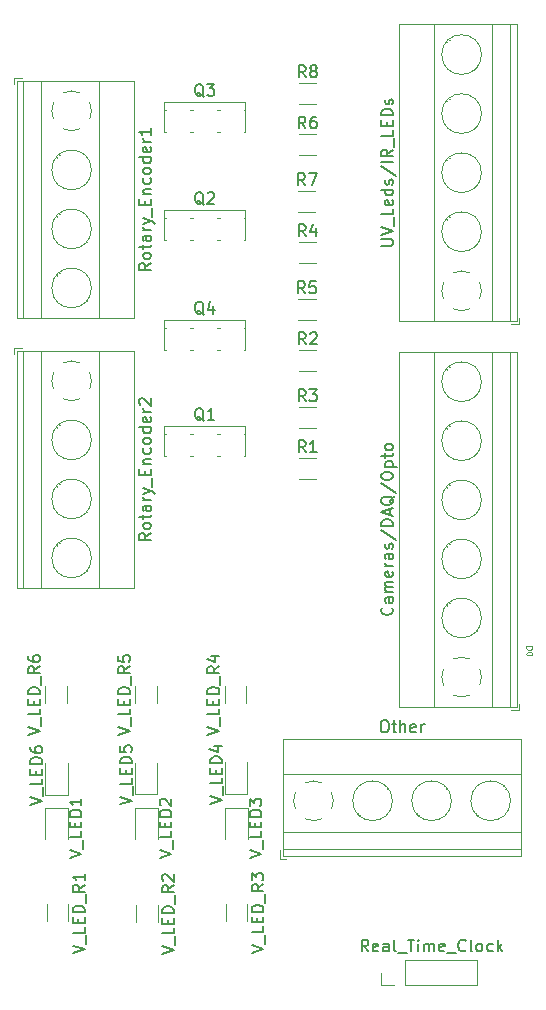
<source format=gbr>
%TF.GenerationSoftware,KiCad,Pcbnew,7.0.6-0*%
%TF.CreationDate,2023-09-22T13:52:59-04:00*%
%TF.ProjectId,SurfaceMounted,53757266-6163-4654-9d6f-756e7465642e,rev?*%
%TF.SameCoordinates,Original*%
%TF.FileFunction,Legend,Top*%
%TF.FilePolarity,Positive*%
%FSLAX46Y46*%
G04 Gerber Fmt 4.6, Leading zero omitted, Abs format (unit mm)*
G04 Created by KiCad (PCBNEW 7.0.6-0) date 2023-09-22 13:52:59*
%MOMM*%
%LPD*%
G01*
G04 APERTURE LIST*
%ADD10C,0.075000*%
%ADD11C,0.150000*%
%ADD12C,0.120000*%
G04 APERTURE END LIST*
D10*
X257201190Y-104535752D02*
X257701190Y-104535752D01*
X257701190Y-104535752D02*
X257701190Y-104654800D01*
X257701190Y-104654800D02*
X257677380Y-104726228D01*
X257677380Y-104726228D02*
X257629761Y-104773847D01*
X257629761Y-104773847D02*
X257582142Y-104797657D01*
X257582142Y-104797657D02*
X257486904Y-104821466D01*
X257486904Y-104821466D02*
X257415476Y-104821466D01*
X257415476Y-104821466D02*
X257320238Y-104797657D01*
X257320238Y-104797657D02*
X257272619Y-104773847D01*
X257272619Y-104773847D02*
X257225000Y-104726228D01*
X257225000Y-104726228D02*
X257201190Y-104654800D01*
X257201190Y-104654800D02*
X257201190Y-104535752D01*
X257701190Y-105130990D02*
X257701190Y-105178609D01*
X257701190Y-105178609D02*
X257677380Y-105226228D01*
X257677380Y-105226228D02*
X257653571Y-105250038D01*
X257653571Y-105250038D02*
X257605952Y-105273847D01*
X257605952Y-105273847D02*
X257510714Y-105297657D01*
X257510714Y-105297657D02*
X257391666Y-105297657D01*
X257391666Y-105297657D02*
X257296428Y-105273847D01*
X257296428Y-105273847D02*
X257248809Y-105250038D01*
X257248809Y-105250038D02*
X257225000Y-105226228D01*
X257225000Y-105226228D02*
X257201190Y-105178609D01*
X257201190Y-105178609D02*
X257201190Y-105130990D01*
X257201190Y-105130990D02*
X257225000Y-105083371D01*
X257225000Y-105083371D02*
X257248809Y-105059562D01*
X257248809Y-105059562D02*
X257296428Y-105035752D01*
X257296428Y-105035752D02*
X257391666Y-105011943D01*
X257391666Y-105011943D02*
X257510714Y-105011943D01*
X257510714Y-105011943D02*
X257605952Y-105035752D01*
X257605952Y-105035752D02*
X257653571Y-105059562D01*
X257653571Y-105059562D02*
X257677380Y-105083371D01*
X257677380Y-105083371D02*
X257701190Y-105130990D01*
D11*
X243816856Y-130350419D02*
X243483523Y-129874228D01*
X243245428Y-130350419D02*
X243245428Y-129350419D01*
X243245428Y-129350419D02*
X243626380Y-129350419D01*
X243626380Y-129350419D02*
X243721618Y-129398038D01*
X243721618Y-129398038D02*
X243769237Y-129445657D01*
X243769237Y-129445657D02*
X243816856Y-129540895D01*
X243816856Y-129540895D02*
X243816856Y-129683752D01*
X243816856Y-129683752D02*
X243769237Y-129778990D01*
X243769237Y-129778990D02*
X243721618Y-129826609D01*
X243721618Y-129826609D02*
X243626380Y-129874228D01*
X243626380Y-129874228D02*
X243245428Y-129874228D01*
X244626380Y-130302800D02*
X244531142Y-130350419D01*
X244531142Y-130350419D02*
X244340666Y-130350419D01*
X244340666Y-130350419D02*
X244245428Y-130302800D01*
X244245428Y-130302800D02*
X244197809Y-130207561D01*
X244197809Y-130207561D02*
X244197809Y-129826609D01*
X244197809Y-129826609D02*
X244245428Y-129731371D01*
X244245428Y-129731371D02*
X244340666Y-129683752D01*
X244340666Y-129683752D02*
X244531142Y-129683752D01*
X244531142Y-129683752D02*
X244626380Y-129731371D01*
X244626380Y-129731371D02*
X244673999Y-129826609D01*
X244673999Y-129826609D02*
X244673999Y-129921847D01*
X244673999Y-129921847D02*
X244197809Y-130017085D01*
X245531142Y-130350419D02*
X245531142Y-129826609D01*
X245531142Y-129826609D02*
X245483523Y-129731371D01*
X245483523Y-129731371D02*
X245388285Y-129683752D01*
X245388285Y-129683752D02*
X245197809Y-129683752D01*
X245197809Y-129683752D02*
X245102571Y-129731371D01*
X245531142Y-130302800D02*
X245435904Y-130350419D01*
X245435904Y-130350419D02*
X245197809Y-130350419D01*
X245197809Y-130350419D02*
X245102571Y-130302800D01*
X245102571Y-130302800D02*
X245054952Y-130207561D01*
X245054952Y-130207561D02*
X245054952Y-130112323D01*
X245054952Y-130112323D02*
X245102571Y-130017085D01*
X245102571Y-130017085D02*
X245197809Y-129969466D01*
X245197809Y-129969466D02*
X245435904Y-129969466D01*
X245435904Y-129969466D02*
X245531142Y-129921847D01*
X246150190Y-130350419D02*
X246054952Y-130302800D01*
X246054952Y-130302800D02*
X246007333Y-130207561D01*
X246007333Y-130207561D02*
X246007333Y-129350419D01*
X246293048Y-130445657D02*
X247054952Y-130445657D01*
X247150191Y-129350419D02*
X247721619Y-129350419D01*
X247435905Y-130350419D02*
X247435905Y-129350419D01*
X248054953Y-130350419D02*
X248054953Y-129683752D01*
X248054953Y-129350419D02*
X248007334Y-129398038D01*
X248007334Y-129398038D02*
X248054953Y-129445657D01*
X248054953Y-129445657D02*
X248102572Y-129398038D01*
X248102572Y-129398038D02*
X248054953Y-129350419D01*
X248054953Y-129350419D02*
X248054953Y-129445657D01*
X248531143Y-130350419D02*
X248531143Y-129683752D01*
X248531143Y-129778990D02*
X248578762Y-129731371D01*
X248578762Y-129731371D02*
X248674000Y-129683752D01*
X248674000Y-129683752D02*
X248816857Y-129683752D01*
X248816857Y-129683752D02*
X248912095Y-129731371D01*
X248912095Y-129731371D02*
X248959714Y-129826609D01*
X248959714Y-129826609D02*
X248959714Y-130350419D01*
X248959714Y-129826609D02*
X249007333Y-129731371D01*
X249007333Y-129731371D02*
X249102571Y-129683752D01*
X249102571Y-129683752D02*
X249245428Y-129683752D01*
X249245428Y-129683752D02*
X249340667Y-129731371D01*
X249340667Y-129731371D02*
X249388286Y-129826609D01*
X249388286Y-129826609D02*
X249388286Y-130350419D01*
X250245428Y-130302800D02*
X250150190Y-130350419D01*
X250150190Y-130350419D02*
X249959714Y-130350419D01*
X249959714Y-130350419D02*
X249864476Y-130302800D01*
X249864476Y-130302800D02*
X249816857Y-130207561D01*
X249816857Y-130207561D02*
X249816857Y-129826609D01*
X249816857Y-129826609D02*
X249864476Y-129731371D01*
X249864476Y-129731371D02*
X249959714Y-129683752D01*
X249959714Y-129683752D02*
X250150190Y-129683752D01*
X250150190Y-129683752D02*
X250245428Y-129731371D01*
X250245428Y-129731371D02*
X250293047Y-129826609D01*
X250293047Y-129826609D02*
X250293047Y-129921847D01*
X250293047Y-129921847D02*
X249816857Y-130017085D01*
X250483524Y-130445657D02*
X251245428Y-130445657D01*
X252054952Y-130255180D02*
X252007333Y-130302800D01*
X252007333Y-130302800D02*
X251864476Y-130350419D01*
X251864476Y-130350419D02*
X251769238Y-130350419D01*
X251769238Y-130350419D02*
X251626381Y-130302800D01*
X251626381Y-130302800D02*
X251531143Y-130207561D01*
X251531143Y-130207561D02*
X251483524Y-130112323D01*
X251483524Y-130112323D02*
X251435905Y-129921847D01*
X251435905Y-129921847D02*
X251435905Y-129778990D01*
X251435905Y-129778990D02*
X251483524Y-129588514D01*
X251483524Y-129588514D02*
X251531143Y-129493276D01*
X251531143Y-129493276D02*
X251626381Y-129398038D01*
X251626381Y-129398038D02*
X251769238Y-129350419D01*
X251769238Y-129350419D02*
X251864476Y-129350419D01*
X251864476Y-129350419D02*
X252007333Y-129398038D01*
X252007333Y-129398038D02*
X252054952Y-129445657D01*
X252626381Y-130350419D02*
X252531143Y-130302800D01*
X252531143Y-130302800D02*
X252483524Y-130207561D01*
X252483524Y-130207561D02*
X252483524Y-129350419D01*
X253150191Y-130350419D02*
X253054953Y-130302800D01*
X253054953Y-130302800D02*
X253007334Y-130255180D01*
X253007334Y-130255180D02*
X252959715Y-130159942D01*
X252959715Y-130159942D02*
X252959715Y-129874228D01*
X252959715Y-129874228D02*
X253007334Y-129778990D01*
X253007334Y-129778990D02*
X253054953Y-129731371D01*
X253054953Y-129731371D02*
X253150191Y-129683752D01*
X253150191Y-129683752D02*
X253293048Y-129683752D01*
X253293048Y-129683752D02*
X253388286Y-129731371D01*
X253388286Y-129731371D02*
X253435905Y-129778990D01*
X253435905Y-129778990D02*
X253483524Y-129874228D01*
X253483524Y-129874228D02*
X253483524Y-130159942D01*
X253483524Y-130159942D02*
X253435905Y-130255180D01*
X253435905Y-130255180D02*
X253388286Y-130302800D01*
X253388286Y-130302800D02*
X253293048Y-130350419D01*
X253293048Y-130350419D02*
X253150191Y-130350419D01*
X254340667Y-130302800D02*
X254245429Y-130350419D01*
X254245429Y-130350419D02*
X254054953Y-130350419D01*
X254054953Y-130350419D02*
X253959715Y-130302800D01*
X253959715Y-130302800D02*
X253912096Y-130255180D01*
X253912096Y-130255180D02*
X253864477Y-130159942D01*
X253864477Y-130159942D02*
X253864477Y-129874228D01*
X253864477Y-129874228D02*
X253912096Y-129778990D01*
X253912096Y-129778990D02*
X253959715Y-129731371D01*
X253959715Y-129731371D02*
X254054953Y-129683752D01*
X254054953Y-129683752D02*
X254245429Y-129683752D01*
X254245429Y-129683752D02*
X254340667Y-129731371D01*
X254769239Y-130350419D02*
X254769239Y-129350419D01*
X254864477Y-129969466D02*
X255150191Y-130350419D01*
X255150191Y-129683752D02*
X254769239Y-130064704D01*
X230418019Y-117891318D02*
X231418019Y-117557985D01*
X231418019Y-117557985D02*
X230418019Y-117224652D01*
X231513257Y-117129414D02*
X231513257Y-116367509D01*
X231418019Y-115653223D02*
X231418019Y-116129413D01*
X231418019Y-116129413D02*
X230418019Y-116129413D01*
X230894209Y-115319889D02*
X230894209Y-114986556D01*
X231418019Y-114843699D02*
X231418019Y-115319889D01*
X231418019Y-115319889D02*
X230418019Y-115319889D01*
X230418019Y-115319889D02*
X230418019Y-114843699D01*
X231418019Y-114415127D02*
X230418019Y-114415127D01*
X230418019Y-114415127D02*
X230418019Y-114177032D01*
X230418019Y-114177032D02*
X230465638Y-114034175D01*
X230465638Y-114034175D02*
X230560876Y-113938937D01*
X230560876Y-113938937D02*
X230656114Y-113891318D01*
X230656114Y-113891318D02*
X230846590Y-113843699D01*
X230846590Y-113843699D02*
X230989447Y-113843699D01*
X230989447Y-113843699D02*
X231179923Y-113891318D01*
X231179923Y-113891318D02*
X231275161Y-113938937D01*
X231275161Y-113938937D02*
X231370400Y-114034175D01*
X231370400Y-114034175D02*
X231418019Y-114177032D01*
X231418019Y-114177032D02*
X231418019Y-114415127D01*
X230751352Y-112986556D02*
X231418019Y-112986556D01*
X230370400Y-113224651D02*
X231084685Y-113462746D01*
X231084685Y-113462746D02*
X231084685Y-112843699D01*
X244908819Y-70612476D02*
X245718342Y-70612476D01*
X245718342Y-70612476D02*
X245813580Y-70564857D01*
X245813580Y-70564857D02*
X245861200Y-70517238D01*
X245861200Y-70517238D02*
X245908819Y-70422000D01*
X245908819Y-70422000D02*
X245908819Y-70231524D01*
X245908819Y-70231524D02*
X245861200Y-70136286D01*
X245861200Y-70136286D02*
X245813580Y-70088667D01*
X245813580Y-70088667D02*
X245718342Y-70041048D01*
X245718342Y-70041048D02*
X244908819Y-70041048D01*
X244908819Y-69707714D02*
X245908819Y-69374381D01*
X245908819Y-69374381D02*
X244908819Y-69041048D01*
X246004057Y-68945810D02*
X246004057Y-68183905D01*
X245908819Y-67469619D02*
X245908819Y-67945809D01*
X245908819Y-67945809D02*
X244908819Y-67945809D01*
X245861200Y-66755333D02*
X245908819Y-66850571D01*
X245908819Y-66850571D02*
X245908819Y-67041047D01*
X245908819Y-67041047D02*
X245861200Y-67136285D01*
X245861200Y-67136285D02*
X245765961Y-67183904D01*
X245765961Y-67183904D02*
X245385009Y-67183904D01*
X245385009Y-67183904D02*
X245289771Y-67136285D01*
X245289771Y-67136285D02*
X245242152Y-67041047D01*
X245242152Y-67041047D02*
X245242152Y-66850571D01*
X245242152Y-66850571D02*
X245289771Y-66755333D01*
X245289771Y-66755333D02*
X245385009Y-66707714D01*
X245385009Y-66707714D02*
X245480247Y-66707714D01*
X245480247Y-66707714D02*
X245575485Y-67183904D01*
X245908819Y-65850571D02*
X244908819Y-65850571D01*
X245861200Y-65850571D02*
X245908819Y-65945809D01*
X245908819Y-65945809D02*
X245908819Y-66136285D01*
X245908819Y-66136285D02*
X245861200Y-66231523D01*
X245861200Y-66231523D02*
X245813580Y-66279142D01*
X245813580Y-66279142D02*
X245718342Y-66326761D01*
X245718342Y-66326761D02*
X245432628Y-66326761D01*
X245432628Y-66326761D02*
X245337390Y-66279142D01*
X245337390Y-66279142D02*
X245289771Y-66231523D01*
X245289771Y-66231523D02*
X245242152Y-66136285D01*
X245242152Y-66136285D02*
X245242152Y-65945809D01*
X245242152Y-65945809D02*
X245289771Y-65850571D01*
X245861200Y-65421999D02*
X245908819Y-65326761D01*
X245908819Y-65326761D02*
X245908819Y-65136285D01*
X245908819Y-65136285D02*
X245861200Y-65041047D01*
X245861200Y-65041047D02*
X245765961Y-64993428D01*
X245765961Y-64993428D02*
X245718342Y-64993428D01*
X245718342Y-64993428D02*
X245623104Y-65041047D01*
X245623104Y-65041047D02*
X245575485Y-65136285D01*
X245575485Y-65136285D02*
X245575485Y-65279142D01*
X245575485Y-65279142D02*
X245527866Y-65374380D01*
X245527866Y-65374380D02*
X245432628Y-65421999D01*
X245432628Y-65421999D02*
X245385009Y-65421999D01*
X245385009Y-65421999D02*
X245289771Y-65374380D01*
X245289771Y-65374380D02*
X245242152Y-65279142D01*
X245242152Y-65279142D02*
X245242152Y-65136285D01*
X245242152Y-65136285D02*
X245289771Y-65041047D01*
X244861200Y-63850571D02*
X246146914Y-64707713D01*
X245908819Y-63517237D02*
X244908819Y-63517237D01*
X245908819Y-62469619D02*
X245432628Y-62802952D01*
X245908819Y-63041047D02*
X244908819Y-63041047D01*
X244908819Y-63041047D02*
X244908819Y-62660095D01*
X244908819Y-62660095D02*
X244956438Y-62564857D01*
X244956438Y-62564857D02*
X245004057Y-62517238D01*
X245004057Y-62517238D02*
X245099295Y-62469619D01*
X245099295Y-62469619D02*
X245242152Y-62469619D01*
X245242152Y-62469619D02*
X245337390Y-62517238D01*
X245337390Y-62517238D02*
X245385009Y-62564857D01*
X245385009Y-62564857D02*
X245432628Y-62660095D01*
X245432628Y-62660095D02*
X245432628Y-63041047D01*
X246004057Y-62279143D02*
X246004057Y-61517238D01*
X245908819Y-60802952D02*
X245908819Y-61279142D01*
X245908819Y-61279142D02*
X244908819Y-61279142D01*
X245385009Y-60469618D02*
X245385009Y-60136285D01*
X245908819Y-59993428D02*
X245908819Y-60469618D01*
X245908819Y-60469618D02*
X244908819Y-60469618D01*
X244908819Y-60469618D02*
X244908819Y-59993428D01*
X245908819Y-59564856D02*
X244908819Y-59564856D01*
X244908819Y-59564856D02*
X244908819Y-59326761D01*
X244908819Y-59326761D02*
X244956438Y-59183904D01*
X244956438Y-59183904D02*
X245051676Y-59088666D01*
X245051676Y-59088666D02*
X245146914Y-59041047D01*
X245146914Y-59041047D02*
X245337390Y-58993428D01*
X245337390Y-58993428D02*
X245480247Y-58993428D01*
X245480247Y-58993428D02*
X245670723Y-59041047D01*
X245670723Y-59041047D02*
X245765961Y-59088666D01*
X245765961Y-59088666D02*
X245861200Y-59183904D01*
X245861200Y-59183904D02*
X245908819Y-59326761D01*
X245908819Y-59326761D02*
X245908819Y-59564856D01*
X245861200Y-58612475D02*
X245908819Y-58517237D01*
X245908819Y-58517237D02*
X245908819Y-58326761D01*
X245908819Y-58326761D02*
X245861200Y-58231523D01*
X245861200Y-58231523D02*
X245765961Y-58183904D01*
X245765961Y-58183904D02*
X245718342Y-58183904D01*
X245718342Y-58183904D02*
X245623104Y-58231523D01*
X245623104Y-58231523D02*
X245575485Y-58326761D01*
X245575485Y-58326761D02*
X245575485Y-58469618D01*
X245575485Y-58469618D02*
X245527866Y-58564856D01*
X245527866Y-58564856D02*
X245432628Y-58612475D01*
X245432628Y-58612475D02*
X245385009Y-58612475D01*
X245385009Y-58612475D02*
X245289771Y-58564856D01*
X245289771Y-58564856D02*
X245242152Y-58469618D01*
X245242152Y-58469618D02*
X245242152Y-58326761D01*
X245242152Y-58326761D02*
X245289771Y-58231523D01*
X225408819Y-72086763D02*
X224932628Y-72420096D01*
X225408819Y-72658191D02*
X224408819Y-72658191D01*
X224408819Y-72658191D02*
X224408819Y-72277239D01*
X224408819Y-72277239D02*
X224456438Y-72182001D01*
X224456438Y-72182001D02*
X224504057Y-72134382D01*
X224504057Y-72134382D02*
X224599295Y-72086763D01*
X224599295Y-72086763D02*
X224742152Y-72086763D01*
X224742152Y-72086763D02*
X224837390Y-72134382D01*
X224837390Y-72134382D02*
X224885009Y-72182001D01*
X224885009Y-72182001D02*
X224932628Y-72277239D01*
X224932628Y-72277239D02*
X224932628Y-72658191D01*
X225408819Y-71515334D02*
X225361200Y-71610572D01*
X225361200Y-71610572D02*
X225313580Y-71658191D01*
X225313580Y-71658191D02*
X225218342Y-71705810D01*
X225218342Y-71705810D02*
X224932628Y-71705810D01*
X224932628Y-71705810D02*
X224837390Y-71658191D01*
X224837390Y-71658191D02*
X224789771Y-71610572D01*
X224789771Y-71610572D02*
X224742152Y-71515334D01*
X224742152Y-71515334D02*
X224742152Y-71372477D01*
X224742152Y-71372477D02*
X224789771Y-71277239D01*
X224789771Y-71277239D02*
X224837390Y-71229620D01*
X224837390Y-71229620D02*
X224932628Y-71182001D01*
X224932628Y-71182001D02*
X225218342Y-71182001D01*
X225218342Y-71182001D02*
X225313580Y-71229620D01*
X225313580Y-71229620D02*
X225361200Y-71277239D01*
X225361200Y-71277239D02*
X225408819Y-71372477D01*
X225408819Y-71372477D02*
X225408819Y-71515334D01*
X224742152Y-70896286D02*
X224742152Y-70515334D01*
X224408819Y-70753429D02*
X225265961Y-70753429D01*
X225265961Y-70753429D02*
X225361200Y-70705810D01*
X225361200Y-70705810D02*
X225408819Y-70610572D01*
X225408819Y-70610572D02*
X225408819Y-70515334D01*
X225408819Y-69753429D02*
X224885009Y-69753429D01*
X224885009Y-69753429D02*
X224789771Y-69801048D01*
X224789771Y-69801048D02*
X224742152Y-69896286D01*
X224742152Y-69896286D02*
X224742152Y-70086762D01*
X224742152Y-70086762D02*
X224789771Y-70182000D01*
X225361200Y-69753429D02*
X225408819Y-69848667D01*
X225408819Y-69848667D02*
X225408819Y-70086762D01*
X225408819Y-70086762D02*
X225361200Y-70182000D01*
X225361200Y-70182000D02*
X225265961Y-70229619D01*
X225265961Y-70229619D02*
X225170723Y-70229619D01*
X225170723Y-70229619D02*
X225075485Y-70182000D01*
X225075485Y-70182000D02*
X225027866Y-70086762D01*
X225027866Y-70086762D02*
X225027866Y-69848667D01*
X225027866Y-69848667D02*
X224980247Y-69753429D01*
X225408819Y-69277238D02*
X224742152Y-69277238D01*
X224932628Y-69277238D02*
X224837390Y-69229619D01*
X224837390Y-69229619D02*
X224789771Y-69182000D01*
X224789771Y-69182000D02*
X224742152Y-69086762D01*
X224742152Y-69086762D02*
X224742152Y-68991524D01*
X224742152Y-68753428D02*
X225408819Y-68515333D01*
X224742152Y-68277238D02*
X225408819Y-68515333D01*
X225408819Y-68515333D02*
X225646914Y-68610571D01*
X225646914Y-68610571D02*
X225694533Y-68658190D01*
X225694533Y-68658190D02*
X225742152Y-68753428D01*
X225504057Y-68134381D02*
X225504057Y-67372476D01*
X224885009Y-67134380D02*
X224885009Y-66801047D01*
X225408819Y-66658190D02*
X225408819Y-67134380D01*
X225408819Y-67134380D02*
X224408819Y-67134380D01*
X224408819Y-67134380D02*
X224408819Y-66658190D01*
X224742152Y-66229618D02*
X225408819Y-66229618D01*
X224837390Y-66229618D02*
X224789771Y-66181999D01*
X224789771Y-66181999D02*
X224742152Y-66086761D01*
X224742152Y-66086761D02*
X224742152Y-65943904D01*
X224742152Y-65943904D02*
X224789771Y-65848666D01*
X224789771Y-65848666D02*
X224885009Y-65801047D01*
X224885009Y-65801047D02*
X225408819Y-65801047D01*
X225361200Y-64896285D02*
X225408819Y-64991523D01*
X225408819Y-64991523D02*
X225408819Y-65181999D01*
X225408819Y-65181999D02*
X225361200Y-65277237D01*
X225361200Y-65277237D02*
X225313580Y-65324856D01*
X225313580Y-65324856D02*
X225218342Y-65372475D01*
X225218342Y-65372475D02*
X224932628Y-65372475D01*
X224932628Y-65372475D02*
X224837390Y-65324856D01*
X224837390Y-65324856D02*
X224789771Y-65277237D01*
X224789771Y-65277237D02*
X224742152Y-65181999D01*
X224742152Y-65181999D02*
X224742152Y-64991523D01*
X224742152Y-64991523D02*
X224789771Y-64896285D01*
X225408819Y-64324856D02*
X225361200Y-64420094D01*
X225361200Y-64420094D02*
X225313580Y-64467713D01*
X225313580Y-64467713D02*
X225218342Y-64515332D01*
X225218342Y-64515332D02*
X224932628Y-64515332D01*
X224932628Y-64515332D02*
X224837390Y-64467713D01*
X224837390Y-64467713D02*
X224789771Y-64420094D01*
X224789771Y-64420094D02*
X224742152Y-64324856D01*
X224742152Y-64324856D02*
X224742152Y-64181999D01*
X224742152Y-64181999D02*
X224789771Y-64086761D01*
X224789771Y-64086761D02*
X224837390Y-64039142D01*
X224837390Y-64039142D02*
X224932628Y-63991523D01*
X224932628Y-63991523D02*
X225218342Y-63991523D01*
X225218342Y-63991523D02*
X225313580Y-64039142D01*
X225313580Y-64039142D02*
X225361200Y-64086761D01*
X225361200Y-64086761D02*
X225408819Y-64181999D01*
X225408819Y-64181999D02*
X225408819Y-64324856D01*
X225408819Y-63134380D02*
X224408819Y-63134380D01*
X225361200Y-63134380D02*
X225408819Y-63229618D01*
X225408819Y-63229618D02*
X225408819Y-63420094D01*
X225408819Y-63420094D02*
X225361200Y-63515332D01*
X225361200Y-63515332D02*
X225313580Y-63562951D01*
X225313580Y-63562951D02*
X225218342Y-63610570D01*
X225218342Y-63610570D02*
X224932628Y-63610570D01*
X224932628Y-63610570D02*
X224837390Y-63562951D01*
X224837390Y-63562951D02*
X224789771Y-63515332D01*
X224789771Y-63515332D02*
X224742152Y-63420094D01*
X224742152Y-63420094D02*
X224742152Y-63229618D01*
X224742152Y-63229618D02*
X224789771Y-63134380D01*
X225361200Y-62277237D02*
X225408819Y-62372475D01*
X225408819Y-62372475D02*
X225408819Y-62562951D01*
X225408819Y-62562951D02*
X225361200Y-62658189D01*
X225361200Y-62658189D02*
X225265961Y-62705808D01*
X225265961Y-62705808D02*
X224885009Y-62705808D01*
X224885009Y-62705808D02*
X224789771Y-62658189D01*
X224789771Y-62658189D02*
X224742152Y-62562951D01*
X224742152Y-62562951D02*
X224742152Y-62372475D01*
X224742152Y-62372475D02*
X224789771Y-62277237D01*
X224789771Y-62277237D02*
X224885009Y-62229618D01*
X224885009Y-62229618D02*
X224980247Y-62229618D01*
X224980247Y-62229618D02*
X225075485Y-62705808D01*
X225408819Y-61801046D02*
X224742152Y-61801046D01*
X224932628Y-61801046D02*
X224837390Y-61753427D01*
X224837390Y-61753427D02*
X224789771Y-61705808D01*
X224789771Y-61705808D02*
X224742152Y-61610570D01*
X224742152Y-61610570D02*
X224742152Y-61515332D01*
X225408819Y-60658189D02*
X225408819Y-61229617D01*
X225408819Y-60943903D02*
X224408819Y-60943903D01*
X224408819Y-60943903D02*
X224551676Y-61039141D01*
X224551676Y-61039141D02*
X224646914Y-61134379D01*
X224646914Y-61134379D02*
X224694533Y-61229617D01*
X225408819Y-94946763D02*
X224932628Y-95280096D01*
X225408819Y-95518191D02*
X224408819Y-95518191D01*
X224408819Y-95518191D02*
X224408819Y-95137239D01*
X224408819Y-95137239D02*
X224456438Y-95042001D01*
X224456438Y-95042001D02*
X224504057Y-94994382D01*
X224504057Y-94994382D02*
X224599295Y-94946763D01*
X224599295Y-94946763D02*
X224742152Y-94946763D01*
X224742152Y-94946763D02*
X224837390Y-94994382D01*
X224837390Y-94994382D02*
X224885009Y-95042001D01*
X224885009Y-95042001D02*
X224932628Y-95137239D01*
X224932628Y-95137239D02*
X224932628Y-95518191D01*
X225408819Y-94375334D02*
X225361200Y-94470572D01*
X225361200Y-94470572D02*
X225313580Y-94518191D01*
X225313580Y-94518191D02*
X225218342Y-94565810D01*
X225218342Y-94565810D02*
X224932628Y-94565810D01*
X224932628Y-94565810D02*
X224837390Y-94518191D01*
X224837390Y-94518191D02*
X224789771Y-94470572D01*
X224789771Y-94470572D02*
X224742152Y-94375334D01*
X224742152Y-94375334D02*
X224742152Y-94232477D01*
X224742152Y-94232477D02*
X224789771Y-94137239D01*
X224789771Y-94137239D02*
X224837390Y-94089620D01*
X224837390Y-94089620D02*
X224932628Y-94042001D01*
X224932628Y-94042001D02*
X225218342Y-94042001D01*
X225218342Y-94042001D02*
X225313580Y-94089620D01*
X225313580Y-94089620D02*
X225361200Y-94137239D01*
X225361200Y-94137239D02*
X225408819Y-94232477D01*
X225408819Y-94232477D02*
X225408819Y-94375334D01*
X224742152Y-93756286D02*
X224742152Y-93375334D01*
X224408819Y-93613429D02*
X225265961Y-93613429D01*
X225265961Y-93613429D02*
X225361200Y-93565810D01*
X225361200Y-93565810D02*
X225408819Y-93470572D01*
X225408819Y-93470572D02*
X225408819Y-93375334D01*
X225408819Y-92613429D02*
X224885009Y-92613429D01*
X224885009Y-92613429D02*
X224789771Y-92661048D01*
X224789771Y-92661048D02*
X224742152Y-92756286D01*
X224742152Y-92756286D02*
X224742152Y-92946762D01*
X224742152Y-92946762D02*
X224789771Y-93042000D01*
X225361200Y-92613429D02*
X225408819Y-92708667D01*
X225408819Y-92708667D02*
X225408819Y-92946762D01*
X225408819Y-92946762D02*
X225361200Y-93042000D01*
X225361200Y-93042000D02*
X225265961Y-93089619D01*
X225265961Y-93089619D02*
X225170723Y-93089619D01*
X225170723Y-93089619D02*
X225075485Y-93042000D01*
X225075485Y-93042000D02*
X225027866Y-92946762D01*
X225027866Y-92946762D02*
X225027866Y-92708667D01*
X225027866Y-92708667D02*
X224980247Y-92613429D01*
X225408819Y-92137238D02*
X224742152Y-92137238D01*
X224932628Y-92137238D02*
X224837390Y-92089619D01*
X224837390Y-92089619D02*
X224789771Y-92042000D01*
X224789771Y-92042000D02*
X224742152Y-91946762D01*
X224742152Y-91946762D02*
X224742152Y-91851524D01*
X224742152Y-91613428D02*
X225408819Y-91375333D01*
X224742152Y-91137238D02*
X225408819Y-91375333D01*
X225408819Y-91375333D02*
X225646914Y-91470571D01*
X225646914Y-91470571D02*
X225694533Y-91518190D01*
X225694533Y-91518190D02*
X225742152Y-91613428D01*
X225504057Y-90994381D02*
X225504057Y-90232476D01*
X224885009Y-89994380D02*
X224885009Y-89661047D01*
X225408819Y-89518190D02*
X225408819Y-89994380D01*
X225408819Y-89994380D02*
X224408819Y-89994380D01*
X224408819Y-89994380D02*
X224408819Y-89518190D01*
X224742152Y-89089618D02*
X225408819Y-89089618D01*
X224837390Y-89089618D02*
X224789771Y-89041999D01*
X224789771Y-89041999D02*
X224742152Y-88946761D01*
X224742152Y-88946761D02*
X224742152Y-88803904D01*
X224742152Y-88803904D02*
X224789771Y-88708666D01*
X224789771Y-88708666D02*
X224885009Y-88661047D01*
X224885009Y-88661047D02*
X225408819Y-88661047D01*
X225361200Y-87756285D02*
X225408819Y-87851523D01*
X225408819Y-87851523D02*
X225408819Y-88041999D01*
X225408819Y-88041999D02*
X225361200Y-88137237D01*
X225361200Y-88137237D02*
X225313580Y-88184856D01*
X225313580Y-88184856D02*
X225218342Y-88232475D01*
X225218342Y-88232475D02*
X224932628Y-88232475D01*
X224932628Y-88232475D02*
X224837390Y-88184856D01*
X224837390Y-88184856D02*
X224789771Y-88137237D01*
X224789771Y-88137237D02*
X224742152Y-88041999D01*
X224742152Y-88041999D02*
X224742152Y-87851523D01*
X224742152Y-87851523D02*
X224789771Y-87756285D01*
X225408819Y-87184856D02*
X225361200Y-87280094D01*
X225361200Y-87280094D02*
X225313580Y-87327713D01*
X225313580Y-87327713D02*
X225218342Y-87375332D01*
X225218342Y-87375332D02*
X224932628Y-87375332D01*
X224932628Y-87375332D02*
X224837390Y-87327713D01*
X224837390Y-87327713D02*
X224789771Y-87280094D01*
X224789771Y-87280094D02*
X224742152Y-87184856D01*
X224742152Y-87184856D02*
X224742152Y-87041999D01*
X224742152Y-87041999D02*
X224789771Y-86946761D01*
X224789771Y-86946761D02*
X224837390Y-86899142D01*
X224837390Y-86899142D02*
X224932628Y-86851523D01*
X224932628Y-86851523D02*
X225218342Y-86851523D01*
X225218342Y-86851523D02*
X225313580Y-86899142D01*
X225313580Y-86899142D02*
X225361200Y-86946761D01*
X225361200Y-86946761D02*
X225408819Y-87041999D01*
X225408819Y-87041999D02*
X225408819Y-87184856D01*
X225408819Y-85994380D02*
X224408819Y-85994380D01*
X225361200Y-85994380D02*
X225408819Y-86089618D01*
X225408819Y-86089618D02*
X225408819Y-86280094D01*
X225408819Y-86280094D02*
X225361200Y-86375332D01*
X225361200Y-86375332D02*
X225313580Y-86422951D01*
X225313580Y-86422951D02*
X225218342Y-86470570D01*
X225218342Y-86470570D02*
X224932628Y-86470570D01*
X224932628Y-86470570D02*
X224837390Y-86422951D01*
X224837390Y-86422951D02*
X224789771Y-86375332D01*
X224789771Y-86375332D02*
X224742152Y-86280094D01*
X224742152Y-86280094D02*
X224742152Y-86089618D01*
X224742152Y-86089618D02*
X224789771Y-85994380D01*
X225361200Y-85137237D02*
X225408819Y-85232475D01*
X225408819Y-85232475D02*
X225408819Y-85422951D01*
X225408819Y-85422951D02*
X225361200Y-85518189D01*
X225361200Y-85518189D02*
X225265961Y-85565808D01*
X225265961Y-85565808D02*
X224885009Y-85565808D01*
X224885009Y-85565808D02*
X224789771Y-85518189D01*
X224789771Y-85518189D02*
X224742152Y-85422951D01*
X224742152Y-85422951D02*
X224742152Y-85232475D01*
X224742152Y-85232475D02*
X224789771Y-85137237D01*
X224789771Y-85137237D02*
X224885009Y-85089618D01*
X224885009Y-85089618D02*
X224980247Y-85089618D01*
X224980247Y-85089618D02*
X225075485Y-85565808D01*
X225408819Y-84661046D02*
X224742152Y-84661046D01*
X224932628Y-84661046D02*
X224837390Y-84613427D01*
X224837390Y-84613427D02*
X224789771Y-84565808D01*
X224789771Y-84565808D02*
X224742152Y-84470570D01*
X224742152Y-84470570D02*
X224742152Y-84375332D01*
X224504057Y-84089617D02*
X224456438Y-84041998D01*
X224456438Y-84041998D02*
X224408819Y-83946760D01*
X224408819Y-83946760D02*
X224408819Y-83708665D01*
X224408819Y-83708665D02*
X224456438Y-83613427D01*
X224456438Y-83613427D02*
X224504057Y-83565808D01*
X224504057Y-83565808D02*
X224599295Y-83518189D01*
X224599295Y-83518189D02*
X224694533Y-83518189D01*
X224694533Y-83518189D02*
X224837390Y-83565808D01*
X224837390Y-83565808D02*
X225408819Y-84137236D01*
X225408819Y-84137236D02*
X225408819Y-83518189D01*
X215198019Y-117958818D02*
X216198019Y-117625485D01*
X216198019Y-117625485D02*
X215198019Y-117292152D01*
X216293257Y-117196914D02*
X216293257Y-116435009D01*
X216198019Y-115720723D02*
X216198019Y-116196913D01*
X216198019Y-116196913D02*
X215198019Y-116196913D01*
X215674209Y-115387389D02*
X215674209Y-115054056D01*
X216198019Y-114911199D02*
X216198019Y-115387389D01*
X216198019Y-115387389D02*
X215198019Y-115387389D01*
X215198019Y-115387389D02*
X215198019Y-114911199D01*
X216198019Y-114482627D02*
X215198019Y-114482627D01*
X215198019Y-114482627D02*
X215198019Y-114244532D01*
X215198019Y-114244532D02*
X215245638Y-114101675D01*
X215245638Y-114101675D02*
X215340876Y-114006437D01*
X215340876Y-114006437D02*
X215436114Y-113958818D01*
X215436114Y-113958818D02*
X215626590Y-113911199D01*
X215626590Y-113911199D02*
X215769447Y-113911199D01*
X215769447Y-113911199D02*
X215959923Y-113958818D01*
X215959923Y-113958818D02*
X216055161Y-114006437D01*
X216055161Y-114006437D02*
X216150400Y-114101675D01*
X216150400Y-114101675D02*
X216198019Y-114244532D01*
X216198019Y-114244532D02*
X216198019Y-114482627D01*
X215198019Y-113054056D02*
X215198019Y-113244532D01*
X215198019Y-113244532D02*
X215245638Y-113339770D01*
X215245638Y-113339770D02*
X215293257Y-113387389D01*
X215293257Y-113387389D02*
X215436114Y-113482627D01*
X215436114Y-113482627D02*
X215626590Y-113530246D01*
X215626590Y-113530246D02*
X216007542Y-113530246D01*
X216007542Y-113530246D02*
X216102780Y-113482627D01*
X216102780Y-113482627D02*
X216150400Y-113435008D01*
X216150400Y-113435008D02*
X216198019Y-113339770D01*
X216198019Y-113339770D02*
X216198019Y-113149294D01*
X216198019Y-113149294D02*
X216150400Y-113054056D01*
X216150400Y-113054056D02*
X216102780Y-113006437D01*
X216102780Y-113006437D02*
X216007542Y-112958818D01*
X216007542Y-112958818D02*
X215769447Y-112958818D01*
X215769447Y-112958818D02*
X215674209Y-113006437D01*
X215674209Y-113006437D02*
X215626590Y-113054056D01*
X215626590Y-113054056D02*
X215578971Y-113149294D01*
X215578971Y-113149294D02*
X215578971Y-113339770D01*
X215578971Y-113339770D02*
X215626590Y-113435008D01*
X215626590Y-113435008D02*
X215674209Y-113482627D01*
X215674209Y-113482627D02*
X215769447Y-113530246D01*
X238502433Y-88093619D02*
X238169100Y-87617428D01*
X237931005Y-88093619D02*
X237931005Y-87093619D01*
X237931005Y-87093619D02*
X238311957Y-87093619D01*
X238311957Y-87093619D02*
X238407195Y-87141238D01*
X238407195Y-87141238D02*
X238454814Y-87188857D01*
X238454814Y-87188857D02*
X238502433Y-87284095D01*
X238502433Y-87284095D02*
X238502433Y-87426952D01*
X238502433Y-87426952D02*
X238454814Y-87522190D01*
X238454814Y-87522190D02*
X238407195Y-87569809D01*
X238407195Y-87569809D02*
X238311957Y-87617428D01*
X238311957Y-87617428D02*
X237931005Y-87617428D01*
X239454814Y-88093619D02*
X238883386Y-88093619D01*
X239169100Y-88093619D02*
X239169100Y-87093619D01*
X239169100Y-87093619D02*
X239073862Y-87236476D01*
X239073862Y-87236476D02*
X238978624Y-87331714D01*
X238978624Y-87331714D02*
X238883386Y-87379333D01*
X233934819Y-130471071D02*
X234934819Y-130137738D01*
X234934819Y-130137738D02*
X233934819Y-129804405D01*
X235030057Y-129709167D02*
X235030057Y-128947262D01*
X234934819Y-128232976D02*
X234934819Y-128709166D01*
X234934819Y-128709166D02*
X233934819Y-128709166D01*
X234411009Y-127899642D02*
X234411009Y-127566309D01*
X234934819Y-127423452D02*
X234934819Y-127899642D01*
X234934819Y-127899642D02*
X233934819Y-127899642D01*
X233934819Y-127899642D02*
X233934819Y-127423452D01*
X234934819Y-126994880D02*
X233934819Y-126994880D01*
X233934819Y-126994880D02*
X233934819Y-126756785D01*
X233934819Y-126756785D02*
X233982438Y-126613928D01*
X233982438Y-126613928D02*
X234077676Y-126518690D01*
X234077676Y-126518690D02*
X234172914Y-126471071D01*
X234172914Y-126471071D02*
X234363390Y-126423452D01*
X234363390Y-126423452D02*
X234506247Y-126423452D01*
X234506247Y-126423452D02*
X234696723Y-126471071D01*
X234696723Y-126471071D02*
X234791961Y-126518690D01*
X234791961Y-126518690D02*
X234887200Y-126613928D01*
X234887200Y-126613928D02*
X234934819Y-126756785D01*
X234934819Y-126756785D02*
X234934819Y-126994880D01*
X235030057Y-126232976D02*
X235030057Y-125471071D01*
X234934819Y-124661547D02*
X234458628Y-124994880D01*
X234934819Y-125232975D02*
X233934819Y-125232975D01*
X233934819Y-125232975D02*
X233934819Y-124852023D01*
X233934819Y-124852023D02*
X233982438Y-124756785D01*
X233982438Y-124756785D02*
X234030057Y-124709166D01*
X234030057Y-124709166D02*
X234125295Y-124661547D01*
X234125295Y-124661547D02*
X234268152Y-124661547D01*
X234268152Y-124661547D02*
X234363390Y-124709166D01*
X234363390Y-124709166D02*
X234411009Y-124756785D01*
X234411009Y-124756785D02*
X234458628Y-124852023D01*
X234458628Y-124852023D02*
X234458628Y-125232975D01*
X233934819Y-124328213D02*
X233934819Y-123709166D01*
X233934819Y-123709166D02*
X234315771Y-124042499D01*
X234315771Y-124042499D02*
X234315771Y-123899642D01*
X234315771Y-123899642D02*
X234363390Y-123804404D01*
X234363390Y-123804404D02*
X234411009Y-123756785D01*
X234411009Y-123756785D02*
X234506247Y-123709166D01*
X234506247Y-123709166D02*
X234744342Y-123709166D01*
X234744342Y-123709166D02*
X234839580Y-123756785D01*
X234839580Y-123756785D02*
X234887200Y-123804404D01*
X234887200Y-123804404D02*
X234934819Y-123899642D01*
X234934819Y-123899642D02*
X234934819Y-124185356D01*
X234934819Y-124185356D02*
X234887200Y-124280594D01*
X234887200Y-124280594D02*
X234839580Y-124328213D01*
X218528819Y-122407918D02*
X219528819Y-122074585D01*
X219528819Y-122074585D02*
X218528819Y-121741252D01*
X219624057Y-121646014D02*
X219624057Y-120884109D01*
X219528819Y-120169823D02*
X219528819Y-120646013D01*
X219528819Y-120646013D02*
X218528819Y-120646013D01*
X219005009Y-119836489D02*
X219005009Y-119503156D01*
X219528819Y-119360299D02*
X219528819Y-119836489D01*
X219528819Y-119836489D02*
X218528819Y-119836489D01*
X218528819Y-119836489D02*
X218528819Y-119360299D01*
X219528819Y-118931727D02*
X218528819Y-118931727D01*
X218528819Y-118931727D02*
X218528819Y-118693632D01*
X218528819Y-118693632D02*
X218576438Y-118550775D01*
X218576438Y-118550775D02*
X218671676Y-118455537D01*
X218671676Y-118455537D02*
X218766914Y-118407918D01*
X218766914Y-118407918D02*
X218957390Y-118360299D01*
X218957390Y-118360299D02*
X219100247Y-118360299D01*
X219100247Y-118360299D02*
X219290723Y-118407918D01*
X219290723Y-118407918D02*
X219385961Y-118455537D01*
X219385961Y-118455537D02*
X219481200Y-118550775D01*
X219481200Y-118550775D02*
X219528819Y-118693632D01*
X219528819Y-118693632D02*
X219528819Y-118931727D01*
X219528819Y-117407918D02*
X219528819Y-117979346D01*
X219528819Y-117693632D02*
X218528819Y-117693632D01*
X218528819Y-117693632D02*
X218671676Y-117788870D01*
X218671676Y-117788870D02*
X218766914Y-117884108D01*
X218766914Y-117884108D02*
X218814533Y-117979346D01*
X238495833Y-60664819D02*
X238162500Y-60188628D01*
X237924405Y-60664819D02*
X237924405Y-59664819D01*
X237924405Y-59664819D02*
X238305357Y-59664819D01*
X238305357Y-59664819D02*
X238400595Y-59712438D01*
X238400595Y-59712438D02*
X238448214Y-59760057D01*
X238448214Y-59760057D02*
X238495833Y-59855295D01*
X238495833Y-59855295D02*
X238495833Y-59998152D01*
X238495833Y-59998152D02*
X238448214Y-60093390D01*
X238448214Y-60093390D02*
X238400595Y-60141009D01*
X238400595Y-60141009D02*
X238305357Y-60188628D01*
X238305357Y-60188628D02*
X237924405Y-60188628D01*
X239352976Y-59664819D02*
X239162500Y-59664819D01*
X239162500Y-59664819D02*
X239067262Y-59712438D01*
X239067262Y-59712438D02*
X239019643Y-59760057D01*
X239019643Y-59760057D02*
X238924405Y-59902914D01*
X238924405Y-59902914D02*
X238876786Y-60093390D01*
X238876786Y-60093390D02*
X238876786Y-60474342D01*
X238876786Y-60474342D02*
X238924405Y-60569580D01*
X238924405Y-60569580D02*
X238972024Y-60617200D01*
X238972024Y-60617200D02*
X239067262Y-60664819D01*
X239067262Y-60664819D02*
X239257738Y-60664819D01*
X239257738Y-60664819D02*
X239352976Y-60617200D01*
X239352976Y-60617200D02*
X239400595Y-60569580D01*
X239400595Y-60569580D02*
X239448214Y-60474342D01*
X239448214Y-60474342D02*
X239448214Y-60236247D01*
X239448214Y-60236247D02*
X239400595Y-60141009D01*
X239400595Y-60141009D02*
X239352976Y-60093390D01*
X239352976Y-60093390D02*
X239257738Y-60045771D01*
X239257738Y-60045771D02*
X239067262Y-60045771D01*
X239067262Y-60045771D02*
X238972024Y-60093390D01*
X238972024Y-60093390D02*
X238924405Y-60141009D01*
X238924405Y-60141009D02*
X238876786Y-60236247D01*
X226144819Y-122407618D02*
X227144819Y-122074285D01*
X227144819Y-122074285D02*
X226144819Y-121740952D01*
X227240057Y-121645714D02*
X227240057Y-120883809D01*
X227144819Y-120169523D02*
X227144819Y-120645713D01*
X227144819Y-120645713D02*
X226144819Y-120645713D01*
X226621009Y-119836189D02*
X226621009Y-119502856D01*
X227144819Y-119359999D02*
X227144819Y-119836189D01*
X227144819Y-119836189D02*
X226144819Y-119836189D01*
X226144819Y-119836189D02*
X226144819Y-119359999D01*
X227144819Y-118931427D02*
X226144819Y-118931427D01*
X226144819Y-118931427D02*
X226144819Y-118693332D01*
X226144819Y-118693332D02*
X226192438Y-118550475D01*
X226192438Y-118550475D02*
X226287676Y-118455237D01*
X226287676Y-118455237D02*
X226382914Y-118407618D01*
X226382914Y-118407618D02*
X226573390Y-118359999D01*
X226573390Y-118359999D02*
X226716247Y-118359999D01*
X226716247Y-118359999D02*
X226906723Y-118407618D01*
X226906723Y-118407618D02*
X227001961Y-118455237D01*
X227001961Y-118455237D02*
X227097200Y-118550475D01*
X227097200Y-118550475D02*
X227144819Y-118693332D01*
X227144819Y-118693332D02*
X227144819Y-118931427D01*
X226240057Y-117979046D02*
X226192438Y-117931427D01*
X226192438Y-117931427D02*
X226144819Y-117836189D01*
X226144819Y-117836189D02*
X226144819Y-117598094D01*
X226144819Y-117598094D02*
X226192438Y-117502856D01*
X226192438Y-117502856D02*
X226240057Y-117455237D01*
X226240057Y-117455237D02*
X226335295Y-117407618D01*
X226335295Y-117407618D02*
X226430533Y-117407618D01*
X226430533Y-117407618D02*
X226573390Y-117455237D01*
X226573390Y-117455237D02*
X227144819Y-118026665D01*
X227144819Y-118026665D02*
X227144819Y-117407618D01*
X245102571Y-110796819D02*
X245293047Y-110796819D01*
X245293047Y-110796819D02*
X245388285Y-110844438D01*
X245388285Y-110844438D02*
X245483523Y-110939676D01*
X245483523Y-110939676D02*
X245531142Y-111130152D01*
X245531142Y-111130152D02*
X245531142Y-111463485D01*
X245531142Y-111463485D02*
X245483523Y-111653961D01*
X245483523Y-111653961D02*
X245388285Y-111749200D01*
X245388285Y-111749200D02*
X245293047Y-111796819D01*
X245293047Y-111796819D02*
X245102571Y-111796819D01*
X245102571Y-111796819D02*
X245007333Y-111749200D01*
X245007333Y-111749200D02*
X244912095Y-111653961D01*
X244912095Y-111653961D02*
X244864476Y-111463485D01*
X244864476Y-111463485D02*
X244864476Y-111130152D01*
X244864476Y-111130152D02*
X244912095Y-110939676D01*
X244912095Y-110939676D02*
X245007333Y-110844438D01*
X245007333Y-110844438D02*
X245102571Y-110796819D01*
X245816857Y-111130152D02*
X246197809Y-111130152D01*
X245959714Y-110796819D02*
X245959714Y-111653961D01*
X245959714Y-111653961D02*
X246007333Y-111749200D01*
X246007333Y-111749200D02*
X246102571Y-111796819D01*
X246102571Y-111796819D02*
X246197809Y-111796819D01*
X246531143Y-111796819D02*
X246531143Y-110796819D01*
X246959714Y-111796819D02*
X246959714Y-111273009D01*
X246959714Y-111273009D02*
X246912095Y-111177771D01*
X246912095Y-111177771D02*
X246816857Y-111130152D01*
X246816857Y-111130152D02*
X246674000Y-111130152D01*
X246674000Y-111130152D02*
X246578762Y-111177771D01*
X246578762Y-111177771D02*
X246531143Y-111225390D01*
X247816857Y-111749200D02*
X247721619Y-111796819D01*
X247721619Y-111796819D02*
X247531143Y-111796819D01*
X247531143Y-111796819D02*
X247435905Y-111749200D01*
X247435905Y-111749200D02*
X247388286Y-111653961D01*
X247388286Y-111653961D02*
X247388286Y-111273009D01*
X247388286Y-111273009D02*
X247435905Y-111177771D01*
X247435905Y-111177771D02*
X247531143Y-111130152D01*
X247531143Y-111130152D02*
X247721619Y-111130152D01*
X247721619Y-111130152D02*
X247816857Y-111177771D01*
X247816857Y-111177771D02*
X247864476Y-111273009D01*
X247864476Y-111273009D02*
X247864476Y-111368247D01*
X247864476Y-111368247D02*
X247388286Y-111463485D01*
X248293048Y-111796819D02*
X248293048Y-111130152D01*
X248293048Y-111320628D02*
X248340667Y-111225390D01*
X248340667Y-111225390D02*
X248388286Y-111177771D01*
X248388286Y-111177771D02*
X248483524Y-111130152D01*
X248483524Y-111130152D02*
X248578762Y-111130152D01*
X229876361Y-58004857D02*
X229781123Y-57957238D01*
X229781123Y-57957238D02*
X229685885Y-57862000D01*
X229685885Y-57862000D02*
X229543028Y-57719142D01*
X229543028Y-57719142D02*
X229447790Y-57671523D01*
X229447790Y-57671523D02*
X229352552Y-57671523D01*
X229400171Y-57909619D02*
X229304933Y-57862000D01*
X229304933Y-57862000D02*
X229209695Y-57766761D01*
X229209695Y-57766761D02*
X229162076Y-57576285D01*
X229162076Y-57576285D02*
X229162076Y-57242952D01*
X229162076Y-57242952D02*
X229209695Y-57052476D01*
X229209695Y-57052476D02*
X229304933Y-56957238D01*
X229304933Y-56957238D02*
X229400171Y-56909619D01*
X229400171Y-56909619D02*
X229590647Y-56909619D01*
X229590647Y-56909619D02*
X229685885Y-56957238D01*
X229685885Y-56957238D02*
X229781123Y-57052476D01*
X229781123Y-57052476D02*
X229828742Y-57242952D01*
X229828742Y-57242952D02*
X229828742Y-57576285D01*
X229828742Y-57576285D02*
X229781123Y-57766761D01*
X229781123Y-57766761D02*
X229685885Y-57862000D01*
X229685885Y-57862000D02*
X229590647Y-57909619D01*
X229590647Y-57909619D02*
X229400171Y-57909619D01*
X230162076Y-56909619D02*
X230781123Y-56909619D01*
X230781123Y-56909619D02*
X230447790Y-57290571D01*
X230447790Y-57290571D02*
X230590647Y-57290571D01*
X230590647Y-57290571D02*
X230685885Y-57338190D01*
X230685885Y-57338190D02*
X230733504Y-57385809D01*
X230733504Y-57385809D02*
X230781123Y-57481047D01*
X230781123Y-57481047D02*
X230781123Y-57719142D01*
X230781123Y-57719142D02*
X230733504Y-57814380D01*
X230733504Y-57814380D02*
X230685885Y-57862000D01*
X230685885Y-57862000D02*
X230590647Y-57909619D01*
X230590647Y-57909619D02*
X230304933Y-57909619D01*
X230304933Y-57909619D02*
X230209695Y-57862000D01*
X230209695Y-57862000D02*
X230162076Y-57814380D01*
X238506433Y-78949619D02*
X238173100Y-78473428D01*
X237935005Y-78949619D02*
X237935005Y-77949619D01*
X237935005Y-77949619D02*
X238315957Y-77949619D01*
X238315957Y-77949619D02*
X238411195Y-77997238D01*
X238411195Y-77997238D02*
X238458814Y-78044857D01*
X238458814Y-78044857D02*
X238506433Y-78140095D01*
X238506433Y-78140095D02*
X238506433Y-78282952D01*
X238506433Y-78282952D02*
X238458814Y-78378190D01*
X238458814Y-78378190D02*
X238411195Y-78425809D01*
X238411195Y-78425809D02*
X238315957Y-78473428D01*
X238315957Y-78473428D02*
X237935005Y-78473428D01*
X238887386Y-78044857D02*
X238935005Y-77997238D01*
X238935005Y-77997238D02*
X239030243Y-77949619D01*
X239030243Y-77949619D02*
X239268338Y-77949619D01*
X239268338Y-77949619D02*
X239363576Y-77997238D01*
X239363576Y-77997238D02*
X239411195Y-78044857D01*
X239411195Y-78044857D02*
X239458814Y-78140095D01*
X239458814Y-78140095D02*
X239458814Y-78235333D01*
X239458814Y-78235333D02*
X239411195Y-78378190D01*
X239411195Y-78378190D02*
X238839767Y-78949619D01*
X238839767Y-78949619D02*
X239458814Y-78949619D01*
X226354819Y-130581071D02*
X227354819Y-130247738D01*
X227354819Y-130247738D02*
X226354819Y-129914405D01*
X227450057Y-129819167D02*
X227450057Y-129057262D01*
X227354819Y-128342976D02*
X227354819Y-128819166D01*
X227354819Y-128819166D02*
X226354819Y-128819166D01*
X226831009Y-128009642D02*
X226831009Y-127676309D01*
X227354819Y-127533452D02*
X227354819Y-128009642D01*
X227354819Y-128009642D02*
X226354819Y-128009642D01*
X226354819Y-128009642D02*
X226354819Y-127533452D01*
X227354819Y-127104880D02*
X226354819Y-127104880D01*
X226354819Y-127104880D02*
X226354819Y-126866785D01*
X226354819Y-126866785D02*
X226402438Y-126723928D01*
X226402438Y-126723928D02*
X226497676Y-126628690D01*
X226497676Y-126628690D02*
X226592914Y-126581071D01*
X226592914Y-126581071D02*
X226783390Y-126533452D01*
X226783390Y-126533452D02*
X226926247Y-126533452D01*
X226926247Y-126533452D02*
X227116723Y-126581071D01*
X227116723Y-126581071D02*
X227211961Y-126628690D01*
X227211961Y-126628690D02*
X227307200Y-126723928D01*
X227307200Y-126723928D02*
X227354819Y-126866785D01*
X227354819Y-126866785D02*
X227354819Y-127104880D01*
X227450057Y-126342976D02*
X227450057Y-125581071D01*
X227354819Y-124771547D02*
X226878628Y-125104880D01*
X227354819Y-125342975D02*
X226354819Y-125342975D01*
X226354819Y-125342975D02*
X226354819Y-124962023D01*
X226354819Y-124962023D02*
X226402438Y-124866785D01*
X226402438Y-124866785D02*
X226450057Y-124819166D01*
X226450057Y-124819166D02*
X226545295Y-124771547D01*
X226545295Y-124771547D02*
X226688152Y-124771547D01*
X226688152Y-124771547D02*
X226783390Y-124819166D01*
X226783390Y-124819166D02*
X226831009Y-124866785D01*
X226831009Y-124866785D02*
X226878628Y-124962023D01*
X226878628Y-124962023D02*
X226878628Y-125342975D01*
X226450057Y-124390594D02*
X226402438Y-124342975D01*
X226402438Y-124342975D02*
X226354819Y-124247737D01*
X226354819Y-124247737D02*
X226354819Y-124009642D01*
X226354819Y-124009642D02*
X226402438Y-123914404D01*
X226402438Y-123914404D02*
X226450057Y-123866785D01*
X226450057Y-123866785D02*
X226545295Y-123819166D01*
X226545295Y-123819166D02*
X226640533Y-123819166D01*
X226640533Y-123819166D02*
X226783390Y-123866785D01*
X226783390Y-123866785D02*
X227354819Y-124438213D01*
X227354819Y-124438213D02*
X227354819Y-123819166D01*
X230197219Y-112028271D02*
X231197219Y-111694938D01*
X231197219Y-111694938D02*
X230197219Y-111361605D01*
X231292457Y-111266367D02*
X231292457Y-110504462D01*
X231197219Y-109790176D02*
X231197219Y-110266366D01*
X231197219Y-110266366D02*
X230197219Y-110266366D01*
X230673409Y-109456842D02*
X230673409Y-109123509D01*
X231197219Y-108980652D02*
X231197219Y-109456842D01*
X231197219Y-109456842D02*
X230197219Y-109456842D01*
X230197219Y-109456842D02*
X230197219Y-108980652D01*
X231197219Y-108552080D02*
X230197219Y-108552080D01*
X230197219Y-108552080D02*
X230197219Y-108313985D01*
X230197219Y-108313985D02*
X230244838Y-108171128D01*
X230244838Y-108171128D02*
X230340076Y-108075890D01*
X230340076Y-108075890D02*
X230435314Y-108028271D01*
X230435314Y-108028271D02*
X230625790Y-107980652D01*
X230625790Y-107980652D02*
X230768647Y-107980652D01*
X230768647Y-107980652D02*
X230959123Y-108028271D01*
X230959123Y-108028271D02*
X231054361Y-108075890D01*
X231054361Y-108075890D02*
X231149600Y-108171128D01*
X231149600Y-108171128D02*
X231197219Y-108313985D01*
X231197219Y-108313985D02*
X231197219Y-108552080D01*
X231292457Y-107790176D02*
X231292457Y-107028271D01*
X231197219Y-106218747D02*
X230721028Y-106552080D01*
X231197219Y-106790175D02*
X230197219Y-106790175D01*
X230197219Y-106790175D02*
X230197219Y-106409223D01*
X230197219Y-106409223D02*
X230244838Y-106313985D01*
X230244838Y-106313985D02*
X230292457Y-106266366D01*
X230292457Y-106266366D02*
X230387695Y-106218747D01*
X230387695Y-106218747D02*
X230530552Y-106218747D01*
X230530552Y-106218747D02*
X230625790Y-106266366D01*
X230625790Y-106266366D02*
X230673409Y-106313985D01*
X230673409Y-106313985D02*
X230721028Y-106409223D01*
X230721028Y-106409223D02*
X230721028Y-106790175D01*
X230530552Y-105361604D02*
X231197219Y-105361604D01*
X230149600Y-105599699D02*
X230863885Y-105837794D01*
X230863885Y-105837794D02*
X230863885Y-105218747D01*
X233768819Y-122415118D02*
X234768819Y-122081785D01*
X234768819Y-122081785D02*
X233768819Y-121748452D01*
X234864057Y-121653214D02*
X234864057Y-120891309D01*
X234768819Y-120177023D02*
X234768819Y-120653213D01*
X234768819Y-120653213D02*
X233768819Y-120653213D01*
X234245009Y-119843689D02*
X234245009Y-119510356D01*
X234768819Y-119367499D02*
X234768819Y-119843689D01*
X234768819Y-119843689D02*
X233768819Y-119843689D01*
X233768819Y-119843689D02*
X233768819Y-119367499D01*
X234768819Y-118938927D02*
X233768819Y-118938927D01*
X233768819Y-118938927D02*
X233768819Y-118700832D01*
X233768819Y-118700832D02*
X233816438Y-118557975D01*
X233816438Y-118557975D02*
X233911676Y-118462737D01*
X233911676Y-118462737D02*
X234006914Y-118415118D01*
X234006914Y-118415118D02*
X234197390Y-118367499D01*
X234197390Y-118367499D02*
X234340247Y-118367499D01*
X234340247Y-118367499D02*
X234530723Y-118415118D01*
X234530723Y-118415118D02*
X234625961Y-118462737D01*
X234625961Y-118462737D02*
X234721200Y-118557975D01*
X234721200Y-118557975D02*
X234768819Y-118700832D01*
X234768819Y-118700832D02*
X234768819Y-118938927D01*
X233768819Y-118034165D02*
X233768819Y-117415118D01*
X233768819Y-117415118D02*
X234149771Y-117748451D01*
X234149771Y-117748451D02*
X234149771Y-117605594D01*
X234149771Y-117605594D02*
X234197390Y-117510356D01*
X234197390Y-117510356D02*
X234245009Y-117462737D01*
X234245009Y-117462737D02*
X234340247Y-117415118D01*
X234340247Y-117415118D02*
X234578342Y-117415118D01*
X234578342Y-117415118D02*
X234673580Y-117462737D01*
X234673580Y-117462737D02*
X234721200Y-117510356D01*
X234721200Y-117510356D02*
X234768819Y-117605594D01*
X234768819Y-117605594D02*
X234768819Y-117891308D01*
X234768819Y-117891308D02*
X234721200Y-117986546D01*
X234721200Y-117986546D02*
X234673580Y-118034165D01*
X238506433Y-69805619D02*
X238173100Y-69329428D01*
X237935005Y-69805619D02*
X237935005Y-68805619D01*
X237935005Y-68805619D02*
X238315957Y-68805619D01*
X238315957Y-68805619D02*
X238411195Y-68853238D01*
X238411195Y-68853238D02*
X238458814Y-68900857D01*
X238458814Y-68900857D02*
X238506433Y-68996095D01*
X238506433Y-68996095D02*
X238506433Y-69138952D01*
X238506433Y-69138952D02*
X238458814Y-69234190D01*
X238458814Y-69234190D02*
X238411195Y-69281809D01*
X238411195Y-69281809D02*
X238315957Y-69329428D01*
X238315957Y-69329428D02*
X237935005Y-69329428D01*
X239363576Y-69138952D02*
X239363576Y-69805619D01*
X239125481Y-68758000D02*
X238887386Y-69472285D01*
X238887386Y-69472285D02*
X239506433Y-69472285D01*
X229876361Y-67148857D02*
X229781123Y-67101238D01*
X229781123Y-67101238D02*
X229685885Y-67006000D01*
X229685885Y-67006000D02*
X229543028Y-66863142D01*
X229543028Y-66863142D02*
X229447790Y-66815523D01*
X229447790Y-66815523D02*
X229352552Y-66815523D01*
X229400171Y-67053619D02*
X229304933Y-67006000D01*
X229304933Y-67006000D02*
X229209695Y-66910761D01*
X229209695Y-66910761D02*
X229162076Y-66720285D01*
X229162076Y-66720285D02*
X229162076Y-66386952D01*
X229162076Y-66386952D02*
X229209695Y-66196476D01*
X229209695Y-66196476D02*
X229304933Y-66101238D01*
X229304933Y-66101238D02*
X229400171Y-66053619D01*
X229400171Y-66053619D02*
X229590647Y-66053619D01*
X229590647Y-66053619D02*
X229685885Y-66101238D01*
X229685885Y-66101238D02*
X229781123Y-66196476D01*
X229781123Y-66196476D02*
X229828742Y-66386952D01*
X229828742Y-66386952D02*
X229828742Y-66720285D01*
X229828742Y-66720285D02*
X229781123Y-66910761D01*
X229781123Y-66910761D02*
X229685885Y-67006000D01*
X229685885Y-67006000D02*
X229590647Y-67053619D01*
X229590647Y-67053619D02*
X229400171Y-67053619D01*
X230209695Y-66148857D02*
X230257314Y-66101238D01*
X230257314Y-66101238D02*
X230352552Y-66053619D01*
X230352552Y-66053619D02*
X230590647Y-66053619D01*
X230590647Y-66053619D02*
X230685885Y-66101238D01*
X230685885Y-66101238D02*
X230733504Y-66148857D01*
X230733504Y-66148857D02*
X230781123Y-66244095D01*
X230781123Y-66244095D02*
X230781123Y-66339333D01*
X230781123Y-66339333D02*
X230733504Y-66482190D01*
X230733504Y-66482190D02*
X230162076Y-67053619D01*
X230162076Y-67053619D02*
X230781123Y-67053619D01*
X238502433Y-83775619D02*
X238169100Y-83299428D01*
X237931005Y-83775619D02*
X237931005Y-82775619D01*
X237931005Y-82775619D02*
X238311957Y-82775619D01*
X238311957Y-82775619D02*
X238407195Y-82823238D01*
X238407195Y-82823238D02*
X238454814Y-82870857D01*
X238454814Y-82870857D02*
X238502433Y-82966095D01*
X238502433Y-82966095D02*
X238502433Y-83108952D01*
X238502433Y-83108952D02*
X238454814Y-83204190D01*
X238454814Y-83204190D02*
X238407195Y-83251809D01*
X238407195Y-83251809D02*
X238311957Y-83299428D01*
X238311957Y-83299428D02*
X237931005Y-83299428D01*
X238835767Y-82775619D02*
X239454814Y-82775619D01*
X239454814Y-82775619D02*
X239121481Y-83156571D01*
X239121481Y-83156571D02*
X239264338Y-83156571D01*
X239264338Y-83156571D02*
X239359576Y-83204190D01*
X239359576Y-83204190D02*
X239407195Y-83251809D01*
X239407195Y-83251809D02*
X239454814Y-83347047D01*
X239454814Y-83347047D02*
X239454814Y-83585142D01*
X239454814Y-83585142D02*
X239407195Y-83680380D01*
X239407195Y-83680380D02*
X239359576Y-83728000D01*
X239359576Y-83728000D02*
X239264338Y-83775619D01*
X239264338Y-83775619D02*
X238978624Y-83775619D01*
X238978624Y-83775619D02*
X238883386Y-83728000D01*
X238883386Y-83728000D02*
X238835767Y-83680380D01*
X238455633Y-74631619D02*
X238122300Y-74155428D01*
X237884205Y-74631619D02*
X237884205Y-73631619D01*
X237884205Y-73631619D02*
X238265157Y-73631619D01*
X238265157Y-73631619D02*
X238360395Y-73679238D01*
X238360395Y-73679238D02*
X238408014Y-73726857D01*
X238408014Y-73726857D02*
X238455633Y-73822095D01*
X238455633Y-73822095D02*
X238455633Y-73964952D01*
X238455633Y-73964952D02*
X238408014Y-74060190D01*
X238408014Y-74060190D02*
X238360395Y-74107809D01*
X238360395Y-74107809D02*
X238265157Y-74155428D01*
X238265157Y-74155428D02*
X237884205Y-74155428D01*
X239360395Y-73631619D02*
X238884205Y-73631619D01*
X238884205Y-73631619D02*
X238836586Y-74107809D01*
X238836586Y-74107809D02*
X238884205Y-74060190D01*
X238884205Y-74060190D02*
X238979443Y-74012571D01*
X238979443Y-74012571D02*
X239217538Y-74012571D01*
X239217538Y-74012571D02*
X239312776Y-74060190D01*
X239312776Y-74060190D02*
X239360395Y-74107809D01*
X239360395Y-74107809D02*
X239408014Y-74203047D01*
X239408014Y-74203047D02*
X239408014Y-74441142D01*
X239408014Y-74441142D02*
X239360395Y-74536380D01*
X239360395Y-74536380D02*
X239312776Y-74584000D01*
X239312776Y-74584000D02*
X239217538Y-74631619D01*
X239217538Y-74631619D02*
X238979443Y-74631619D01*
X238979443Y-74631619D02*
X238884205Y-74584000D01*
X238884205Y-74584000D02*
X238836586Y-74536380D01*
X238443333Y-65484819D02*
X238110000Y-65008628D01*
X237871905Y-65484819D02*
X237871905Y-64484819D01*
X237871905Y-64484819D02*
X238252857Y-64484819D01*
X238252857Y-64484819D02*
X238348095Y-64532438D01*
X238348095Y-64532438D02*
X238395714Y-64580057D01*
X238395714Y-64580057D02*
X238443333Y-64675295D01*
X238443333Y-64675295D02*
X238443333Y-64818152D01*
X238443333Y-64818152D02*
X238395714Y-64913390D01*
X238395714Y-64913390D02*
X238348095Y-64961009D01*
X238348095Y-64961009D02*
X238252857Y-65008628D01*
X238252857Y-65008628D02*
X237871905Y-65008628D01*
X238776667Y-64484819D02*
X239443333Y-64484819D01*
X239443333Y-64484819D02*
X239014762Y-65484819D01*
X218794819Y-130521071D02*
X219794819Y-130187738D01*
X219794819Y-130187738D02*
X218794819Y-129854405D01*
X219890057Y-129759167D02*
X219890057Y-128997262D01*
X219794819Y-128282976D02*
X219794819Y-128759166D01*
X219794819Y-128759166D02*
X218794819Y-128759166D01*
X219271009Y-127949642D02*
X219271009Y-127616309D01*
X219794819Y-127473452D02*
X219794819Y-127949642D01*
X219794819Y-127949642D02*
X218794819Y-127949642D01*
X218794819Y-127949642D02*
X218794819Y-127473452D01*
X219794819Y-127044880D02*
X218794819Y-127044880D01*
X218794819Y-127044880D02*
X218794819Y-126806785D01*
X218794819Y-126806785D02*
X218842438Y-126663928D01*
X218842438Y-126663928D02*
X218937676Y-126568690D01*
X218937676Y-126568690D02*
X219032914Y-126521071D01*
X219032914Y-126521071D02*
X219223390Y-126473452D01*
X219223390Y-126473452D02*
X219366247Y-126473452D01*
X219366247Y-126473452D02*
X219556723Y-126521071D01*
X219556723Y-126521071D02*
X219651961Y-126568690D01*
X219651961Y-126568690D02*
X219747200Y-126663928D01*
X219747200Y-126663928D02*
X219794819Y-126806785D01*
X219794819Y-126806785D02*
X219794819Y-127044880D01*
X219890057Y-126282976D02*
X219890057Y-125521071D01*
X219794819Y-124711547D02*
X219318628Y-125044880D01*
X219794819Y-125282975D02*
X218794819Y-125282975D01*
X218794819Y-125282975D02*
X218794819Y-124902023D01*
X218794819Y-124902023D02*
X218842438Y-124806785D01*
X218842438Y-124806785D02*
X218890057Y-124759166D01*
X218890057Y-124759166D02*
X218985295Y-124711547D01*
X218985295Y-124711547D02*
X219128152Y-124711547D01*
X219128152Y-124711547D02*
X219223390Y-124759166D01*
X219223390Y-124759166D02*
X219271009Y-124806785D01*
X219271009Y-124806785D02*
X219318628Y-124902023D01*
X219318628Y-124902023D02*
X219318628Y-125282975D01*
X219794819Y-123759166D02*
X219794819Y-124330594D01*
X219794819Y-124044880D02*
X218794819Y-124044880D01*
X218794819Y-124044880D02*
X218937676Y-124140118D01*
X218937676Y-124140118D02*
X219032914Y-124235356D01*
X219032914Y-124235356D02*
X219080533Y-124330594D01*
X222628019Y-112028271D02*
X223628019Y-111694938D01*
X223628019Y-111694938D02*
X222628019Y-111361605D01*
X223723257Y-111266367D02*
X223723257Y-110504462D01*
X223628019Y-109790176D02*
X223628019Y-110266366D01*
X223628019Y-110266366D02*
X222628019Y-110266366D01*
X223104209Y-109456842D02*
X223104209Y-109123509D01*
X223628019Y-108980652D02*
X223628019Y-109456842D01*
X223628019Y-109456842D02*
X222628019Y-109456842D01*
X222628019Y-109456842D02*
X222628019Y-108980652D01*
X223628019Y-108552080D02*
X222628019Y-108552080D01*
X222628019Y-108552080D02*
X222628019Y-108313985D01*
X222628019Y-108313985D02*
X222675638Y-108171128D01*
X222675638Y-108171128D02*
X222770876Y-108075890D01*
X222770876Y-108075890D02*
X222866114Y-108028271D01*
X222866114Y-108028271D02*
X223056590Y-107980652D01*
X223056590Y-107980652D02*
X223199447Y-107980652D01*
X223199447Y-107980652D02*
X223389923Y-108028271D01*
X223389923Y-108028271D02*
X223485161Y-108075890D01*
X223485161Y-108075890D02*
X223580400Y-108171128D01*
X223580400Y-108171128D02*
X223628019Y-108313985D01*
X223628019Y-108313985D02*
X223628019Y-108552080D01*
X223723257Y-107790176D02*
X223723257Y-107028271D01*
X223628019Y-106218747D02*
X223151828Y-106552080D01*
X223628019Y-106790175D02*
X222628019Y-106790175D01*
X222628019Y-106790175D02*
X222628019Y-106409223D01*
X222628019Y-106409223D02*
X222675638Y-106313985D01*
X222675638Y-106313985D02*
X222723257Y-106266366D01*
X222723257Y-106266366D02*
X222818495Y-106218747D01*
X222818495Y-106218747D02*
X222961352Y-106218747D01*
X222961352Y-106218747D02*
X223056590Y-106266366D01*
X223056590Y-106266366D02*
X223104209Y-106313985D01*
X223104209Y-106313985D02*
X223151828Y-106409223D01*
X223151828Y-106409223D02*
X223151828Y-106790175D01*
X222628019Y-105313985D02*
X222628019Y-105790175D01*
X222628019Y-105790175D02*
X223104209Y-105837794D01*
X223104209Y-105837794D02*
X223056590Y-105790175D01*
X223056590Y-105790175D02*
X223008971Y-105694937D01*
X223008971Y-105694937D02*
X223008971Y-105456842D01*
X223008971Y-105456842D02*
X223056590Y-105361604D01*
X223056590Y-105361604D02*
X223104209Y-105313985D01*
X223104209Y-105313985D02*
X223199447Y-105266366D01*
X223199447Y-105266366D02*
X223437542Y-105266366D01*
X223437542Y-105266366D02*
X223532780Y-105313985D01*
X223532780Y-105313985D02*
X223580400Y-105361604D01*
X223580400Y-105361604D02*
X223628019Y-105456842D01*
X223628019Y-105456842D02*
X223628019Y-105694937D01*
X223628019Y-105694937D02*
X223580400Y-105790175D01*
X223580400Y-105790175D02*
X223532780Y-105837794D01*
X215008019Y-112038971D02*
X216008019Y-111705638D01*
X216008019Y-111705638D02*
X215008019Y-111372305D01*
X216103257Y-111277067D02*
X216103257Y-110515162D01*
X216008019Y-109800876D02*
X216008019Y-110277066D01*
X216008019Y-110277066D02*
X215008019Y-110277066D01*
X215484209Y-109467542D02*
X215484209Y-109134209D01*
X216008019Y-108991352D02*
X216008019Y-109467542D01*
X216008019Y-109467542D02*
X215008019Y-109467542D01*
X215008019Y-109467542D02*
X215008019Y-108991352D01*
X216008019Y-108562780D02*
X215008019Y-108562780D01*
X215008019Y-108562780D02*
X215008019Y-108324685D01*
X215008019Y-108324685D02*
X215055638Y-108181828D01*
X215055638Y-108181828D02*
X215150876Y-108086590D01*
X215150876Y-108086590D02*
X215246114Y-108038971D01*
X215246114Y-108038971D02*
X215436590Y-107991352D01*
X215436590Y-107991352D02*
X215579447Y-107991352D01*
X215579447Y-107991352D02*
X215769923Y-108038971D01*
X215769923Y-108038971D02*
X215865161Y-108086590D01*
X215865161Y-108086590D02*
X215960400Y-108181828D01*
X215960400Y-108181828D02*
X216008019Y-108324685D01*
X216008019Y-108324685D02*
X216008019Y-108562780D01*
X216103257Y-107800876D02*
X216103257Y-107038971D01*
X216008019Y-106229447D02*
X215531828Y-106562780D01*
X216008019Y-106800875D02*
X215008019Y-106800875D01*
X215008019Y-106800875D02*
X215008019Y-106419923D01*
X215008019Y-106419923D02*
X215055638Y-106324685D01*
X215055638Y-106324685D02*
X215103257Y-106277066D01*
X215103257Y-106277066D02*
X215198495Y-106229447D01*
X215198495Y-106229447D02*
X215341352Y-106229447D01*
X215341352Y-106229447D02*
X215436590Y-106277066D01*
X215436590Y-106277066D02*
X215484209Y-106324685D01*
X215484209Y-106324685D02*
X215531828Y-106419923D01*
X215531828Y-106419923D02*
X215531828Y-106800875D01*
X215008019Y-105372304D02*
X215008019Y-105562780D01*
X215008019Y-105562780D02*
X215055638Y-105658018D01*
X215055638Y-105658018D02*
X215103257Y-105705637D01*
X215103257Y-105705637D02*
X215246114Y-105800875D01*
X215246114Y-105800875D02*
X215436590Y-105848494D01*
X215436590Y-105848494D02*
X215817542Y-105848494D01*
X215817542Y-105848494D02*
X215912780Y-105800875D01*
X215912780Y-105800875D02*
X215960400Y-105753256D01*
X215960400Y-105753256D02*
X216008019Y-105658018D01*
X216008019Y-105658018D02*
X216008019Y-105467542D01*
X216008019Y-105467542D02*
X215960400Y-105372304D01*
X215960400Y-105372304D02*
X215912780Y-105324685D01*
X215912780Y-105324685D02*
X215817542Y-105277066D01*
X215817542Y-105277066D02*
X215579447Y-105277066D01*
X215579447Y-105277066D02*
X215484209Y-105324685D01*
X215484209Y-105324685D02*
X215436590Y-105372304D01*
X215436590Y-105372304D02*
X215388971Y-105467542D01*
X215388971Y-105467542D02*
X215388971Y-105658018D01*
X215388971Y-105658018D02*
X215436590Y-105753256D01*
X215436590Y-105753256D02*
X215484209Y-105800875D01*
X215484209Y-105800875D02*
X215579447Y-105848494D01*
X222788019Y-117911318D02*
X223788019Y-117577985D01*
X223788019Y-117577985D02*
X222788019Y-117244652D01*
X223883257Y-117149414D02*
X223883257Y-116387509D01*
X223788019Y-115673223D02*
X223788019Y-116149413D01*
X223788019Y-116149413D02*
X222788019Y-116149413D01*
X223264209Y-115339889D02*
X223264209Y-115006556D01*
X223788019Y-114863699D02*
X223788019Y-115339889D01*
X223788019Y-115339889D02*
X222788019Y-115339889D01*
X222788019Y-115339889D02*
X222788019Y-114863699D01*
X223788019Y-114435127D02*
X222788019Y-114435127D01*
X222788019Y-114435127D02*
X222788019Y-114197032D01*
X222788019Y-114197032D02*
X222835638Y-114054175D01*
X222835638Y-114054175D02*
X222930876Y-113958937D01*
X222930876Y-113958937D02*
X223026114Y-113911318D01*
X223026114Y-113911318D02*
X223216590Y-113863699D01*
X223216590Y-113863699D02*
X223359447Y-113863699D01*
X223359447Y-113863699D02*
X223549923Y-113911318D01*
X223549923Y-113911318D02*
X223645161Y-113958937D01*
X223645161Y-113958937D02*
X223740400Y-114054175D01*
X223740400Y-114054175D02*
X223788019Y-114197032D01*
X223788019Y-114197032D02*
X223788019Y-114435127D01*
X222788019Y-112958937D02*
X222788019Y-113435127D01*
X222788019Y-113435127D02*
X223264209Y-113482746D01*
X223264209Y-113482746D02*
X223216590Y-113435127D01*
X223216590Y-113435127D02*
X223168971Y-113339889D01*
X223168971Y-113339889D02*
X223168971Y-113101794D01*
X223168971Y-113101794D02*
X223216590Y-113006556D01*
X223216590Y-113006556D02*
X223264209Y-112958937D01*
X223264209Y-112958937D02*
X223359447Y-112911318D01*
X223359447Y-112911318D02*
X223597542Y-112911318D01*
X223597542Y-112911318D02*
X223692780Y-112958937D01*
X223692780Y-112958937D02*
X223740400Y-113006556D01*
X223740400Y-113006556D02*
X223788019Y-113101794D01*
X223788019Y-113101794D02*
X223788019Y-113339889D01*
X223788019Y-113339889D02*
X223740400Y-113435127D01*
X223740400Y-113435127D02*
X223692780Y-113482746D01*
X229876361Y-76445257D02*
X229781123Y-76397638D01*
X229781123Y-76397638D02*
X229685885Y-76302400D01*
X229685885Y-76302400D02*
X229543028Y-76159542D01*
X229543028Y-76159542D02*
X229447790Y-76111923D01*
X229447790Y-76111923D02*
X229352552Y-76111923D01*
X229400171Y-76350019D02*
X229304933Y-76302400D01*
X229304933Y-76302400D02*
X229209695Y-76207161D01*
X229209695Y-76207161D02*
X229162076Y-76016685D01*
X229162076Y-76016685D02*
X229162076Y-75683352D01*
X229162076Y-75683352D02*
X229209695Y-75492876D01*
X229209695Y-75492876D02*
X229304933Y-75397638D01*
X229304933Y-75397638D02*
X229400171Y-75350019D01*
X229400171Y-75350019D02*
X229590647Y-75350019D01*
X229590647Y-75350019D02*
X229685885Y-75397638D01*
X229685885Y-75397638D02*
X229781123Y-75492876D01*
X229781123Y-75492876D02*
X229828742Y-75683352D01*
X229828742Y-75683352D02*
X229828742Y-76016685D01*
X229828742Y-76016685D02*
X229781123Y-76207161D01*
X229781123Y-76207161D02*
X229685885Y-76302400D01*
X229685885Y-76302400D02*
X229590647Y-76350019D01*
X229590647Y-76350019D02*
X229400171Y-76350019D01*
X230685885Y-75683352D02*
X230685885Y-76350019D01*
X230447790Y-75302400D02*
X230209695Y-76016685D01*
X230209695Y-76016685D02*
X230828742Y-76016685D01*
X229876361Y-85436857D02*
X229781123Y-85389238D01*
X229781123Y-85389238D02*
X229685885Y-85294000D01*
X229685885Y-85294000D02*
X229543028Y-85151142D01*
X229543028Y-85151142D02*
X229447790Y-85103523D01*
X229447790Y-85103523D02*
X229352552Y-85103523D01*
X229400171Y-85341619D02*
X229304933Y-85294000D01*
X229304933Y-85294000D02*
X229209695Y-85198761D01*
X229209695Y-85198761D02*
X229162076Y-85008285D01*
X229162076Y-85008285D02*
X229162076Y-84674952D01*
X229162076Y-84674952D02*
X229209695Y-84484476D01*
X229209695Y-84484476D02*
X229304933Y-84389238D01*
X229304933Y-84389238D02*
X229400171Y-84341619D01*
X229400171Y-84341619D02*
X229590647Y-84341619D01*
X229590647Y-84341619D02*
X229685885Y-84389238D01*
X229685885Y-84389238D02*
X229781123Y-84484476D01*
X229781123Y-84484476D02*
X229828742Y-84674952D01*
X229828742Y-84674952D02*
X229828742Y-85008285D01*
X229828742Y-85008285D02*
X229781123Y-85198761D01*
X229781123Y-85198761D02*
X229685885Y-85294000D01*
X229685885Y-85294000D02*
X229590647Y-85341619D01*
X229590647Y-85341619D02*
X229400171Y-85341619D01*
X230781123Y-85341619D02*
X230209695Y-85341619D01*
X230495409Y-85341619D02*
X230495409Y-84341619D01*
X230495409Y-84341619D02*
X230400171Y-84484476D01*
X230400171Y-84484476D02*
X230304933Y-84579714D01*
X230304933Y-84579714D02*
X230209695Y-84627333D01*
X245813580Y-101241048D02*
X245861200Y-101288667D01*
X245861200Y-101288667D02*
X245908819Y-101431524D01*
X245908819Y-101431524D02*
X245908819Y-101526762D01*
X245908819Y-101526762D02*
X245861200Y-101669619D01*
X245861200Y-101669619D02*
X245765961Y-101764857D01*
X245765961Y-101764857D02*
X245670723Y-101812476D01*
X245670723Y-101812476D02*
X245480247Y-101860095D01*
X245480247Y-101860095D02*
X245337390Y-101860095D01*
X245337390Y-101860095D02*
X245146914Y-101812476D01*
X245146914Y-101812476D02*
X245051676Y-101764857D01*
X245051676Y-101764857D02*
X244956438Y-101669619D01*
X244956438Y-101669619D02*
X244908819Y-101526762D01*
X244908819Y-101526762D02*
X244908819Y-101431524D01*
X244908819Y-101431524D02*
X244956438Y-101288667D01*
X244956438Y-101288667D02*
X245004057Y-101241048D01*
X245908819Y-100383905D02*
X245385009Y-100383905D01*
X245385009Y-100383905D02*
X245289771Y-100431524D01*
X245289771Y-100431524D02*
X245242152Y-100526762D01*
X245242152Y-100526762D02*
X245242152Y-100717238D01*
X245242152Y-100717238D02*
X245289771Y-100812476D01*
X245861200Y-100383905D02*
X245908819Y-100479143D01*
X245908819Y-100479143D02*
X245908819Y-100717238D01*
X245908819Y-100717238D02*
X245861200Y-100812476D01*
X245861200Y-100812476D02*
X245765961Y-100860095D01*
X245765961Y-100860095D02*
X245670723Y-100860095D01*
X245670723Y-100860095D02*
X245575485Y-100812476D01*
X245575485Y-100812476D02*
X245527866Y-100717238D01*
X245527866Y-100717238D02*
X245527866Y-100479143D01*
X245527866Y-100479143D02*
X245480247Y-100383905D01*
X245908819Y-99907714D02*
X245242152Y-99907714D01*
X245337390Y-99907714D02*
X245289771Y-99860095D01*
X245289771Y-99860095D02*
X245242152Y-99764857D01*
X245242152Y-99764857D02*
X245242152Y-99622000D01*
X245242152Y-99622000D02*
X245289771Y-99526762D01*
X245289771Y-99526762D02*
X245385009Y-99479143D01*
X245385009Y-99479143D02*
X245908819Y-99479143D01*
X245385009Y-99479143D02*
X245289771Y-99431524D01*
X245289771Y-99431524D02*
X245242152Y-99336286D01*
X245242152Y-99336286D02*
X245242152Y-99193429D01*
X245242152Y-99193429D02*
X245289771Y-99098190D01*
X245289771Y-99098190D02*
X245385009Y-99050571D01*
X245385009Y-99050571D02*
X245908819Y-99050571D01*
X245861200Y-98193429D02*
X245908819Y-98288667D01*
X245908819Y-98288667D02*
X245908819Y-98479143D01*
X245908819Y-98479143D02*
X245861200Y-98574381D01*
X245861200Y-98574381D02*
X245765961Y-98622000D01*
X245765961Y-98622000D02*
X245385009Y-98622000D01*
X245385009Y-98622000D02*
X245289771Y-98574381D01*
X245289771Y-98574381D02*
X245242152Y-98479143D01*
X245242152Y-98479143D02*
X245242152Y-98288667D01*
X245242152Y-98288667D02*
X245289771Y-98193429D01*
X245289771Y-98193429D02*
X245385009Y-98145810D01*
X245385009Y-98145810D02*
X245480247Y-98145810D01*
X245480247Y-98145810D02*
X245575485Y-98622000D01*
X245908819Y-97717238D02*
X245242152Y-97717238D01*
X245432628Y-97717238D02*
X245337390Y-97669619D01*
X245337390Y-97669619D02*
X245289771Y-97622000D01*
X245289771Y-97622000D02*
X245242152Y-97526762D01*
X245242152Y-97526762D02*
X245242152Y-97431524D01*
X245908819Y-96669619D02*
X245385009Y-96669619D01*
X245385009Y-96669619D02*
X245289771Y-96717238D01*
X245289771Y-96717238D02*
X245242152Y-96812476D01*
X245242152Y-96812476D02*
X245242152Y-97002952D01*
X245242152Y-97002952D02*
X245289771Y-97098190D01*
X245861200Y-96669619D02*
X245908819Y-96764857D01*
X245908819Y-96764857D02*
X245908819Y-97002952D01*
X245908819Y-97002952D02*
X245861200Y-97098190D01*
X245861200Y-97098190D02*
X245765961Y-97145809D01*
X245765961Y-97145809D02*
X245670723Y-97145809D01*
X245670723Y-97145809D02*
X245575485Y-97098190D01*
X245575485Y-97098190D02*
X245527866Y-97002952D01*
X245527866Y-97002952D02*
X245527866Y-96764857D01*
X245527866Y-96764857D02*
X245480247Y-96669619D01*
X245861200Y-96241047D02*
X245908819Y-96145809D01*
X245908819Y-96145809D02*
X245908819Y-95955333D01*
X245908819Y-95955333D02*
X245861200Y-95860095D01*
X245861200Y-95860095D02*
X245765961Y-95812476D01*
X245765961Y-95812476D02*
X245718342Y-95812476D01*
X245718342Y-95812476D02*
X245623104Y-95860095D01*
X245623104Y-95860095D02*
X245575485Y-95955333D01*
X245575485Y-95955333D02*
X245575485Y-96098190D01*
X245575485Y-96098190D02*
X245527866Y-96193428D01*
X245527866Y-96193428D02*
X245432628Y-96241047D01*
X245432628Y-96241047D02*
X245385009Y-96241047D01*
X245385009Y-96241047D02*
X245289771Y-96193428D01*
X245289771Y-96193428D02*
X245242152Y-96098190D01*
X245242152Y-96098190D02*
X245242152Y-95955333D01*
X245242152Y-95955333D02*
X245289771Y-95860095D01*
X244861200Y-94669619D02*
X246146914Y-95526761D01*
X245908819Y-94336285D02*
X244908819Y-94336285D01*
X244908819Y-94336285D02*
X244908819Y-94098190D01*
X244908819Y-94098190D02*
X244956438Y-93955333D01*
X244956438Y-93955333D02*
X245051676Y-93860095D01*
X245051676Y-93860095D02*
X245146914Y-93812476D01*
X245146914Y-93812476D02*
X245337390Y-93764857D01*
X245337390Y-93764857D02*
X245480247Y-93764857D01*
X245480247Y-93764857D02*
X245670723Y-93812476D01*
X245670723Y-93812476D02*
X245765961Y-93860095D01*
X245765961Y-93860095D02*
X245861200Y-93955333D01*
X245861200Y-93955333D02*
X245908819Y-94098190D01*
X245908819Y-94098190D02*
X245908819Y-94336285D01*
X245623104Y-93383904D02*
X245623104Y-92907714D01*
X245908819Y-93479142D02*
X244908819Y-93145809D01*
X244908819Y-93145809D02*
X245908819Y-92812476D01*
X246004057Y-91812476D02*
X245956438Y-91907714D01*
X245956438Y-91907714D02*
X245861200Y-92002952D01*
X245861200Y-92002952D02*
X245718342Y-92145809D01*
X245718342Y-92145809D02*
X245670723Y-92241047D01*
X245670723Y-92241047D02*
X245670723Y-92336285D01*
X245908819Y-92288666D02*
X245861200Y-92383904D01*
X245861200Y-92383904D02*
X245765961Y-92479142D01*
X245765961Y-92479142D02*
X245575485Y-92526761D01*
X245575485Y-92526761D02*
X245242152Y-92526761D01*
X245242152Y-92526761D02*
X245051676Y-92479142D01*
X245051676Y-92479142D02*
X244956438Y-92383904D01*
X244956438Y-92383904D02*
X244908819Y-92288666D01*
X244908819Y-92288666D02*
X244908819Y-92098190D01*
X244908819Y-92098190D02*
X244956438Y-92002952D01*
X244956438Y-92002952D02*
X245051676Y-91907714D01*
X245051676Y-91907714D02*
X245242152Y-91860095D01*
X245242152Y-91860095D02*
X245575485Y-91860095D01*
X245575485Y-91860095D02*
X245765961Y-91907714D01*
X245765961Y-91907714D02*
X245861200Y-92002952D01*
X245861200Y-92002952D02*
X245908819Y-92098190D01*
X245908819Y-92098190D02*
X245908819Y-92288666D01*
X244861200Y-90717238D02*
X246146914Y-91574380D01*
X244908819Y-90193428D02*
X244908819Y-90002952D01*
X244908819Y-90002952D02*
X244956438Y-89907714D01*
X244956438Y-89907714D02*
X245051676Y-89812476D01*
X245051676Y-89812476D02*
X245242152Y-89764857D01*
X245242152Y-89764857D02*
X245575485Y-89764857D01*
X245575485Y-89764857D02*
X245765961Y-89812476D01*
X245765961Y-89812476D02*
X245861200Y-89907714D01*
X245861200Y-89907714D02*
X245908819Y-90002952D01*
X245908819Y-90002952D02*
X245908819Y-90193428D01*
X245908819Y-90193428D02*
X245861200Y-90288666D01*
X245861200Y-90288666D02*
X245765961Y-90383904D01*
X245765961Y-90383904D02*
X245575485Y-90431523D01*
X245575485Y-90431523D02*
X245242152Y-90431523D01*
X245242152Y-90431523D02*
X245051676Y-90383904D01*
X245051676Y-90383904D02*
X244956438Y-90288666D01*
X244956438Y-90288666D02*
X244908819Y-90193428D01*
X245242152Y-89336285D02*
X246242152Y-89336285D01*
X245289771Y-89336285D02*
X245242152Y-89241047D01*
X245242152Y-89241047D02*
X245242152Y-89050571D01*
X245242152Y-89050571D02*
X245289771Y-88955333D01*
X245289771Y-88955333D02*
X245337390Y-88907714D01*
X245337390Y-88907714D02*
X245432628Y-88860095D01*
X245432628Y-88860095D02*
X245718342Y-88860095D01*
X245718342Y-88860095D02*
X245813580Y-88907714D01*
X245813580Y-88907714D02*
X245861200Y-88955333D01*
X245861200Y-88955333D02*
X245908819Y-89050571D01*
X245908819Y-89050571D02*
X245908819Y-89241047D01*
X245908819Y-89241047D02*
X245861200Y-89336285D01*
X245242152Y-88574380D02*
X245242152Y-88193428D01*
X244908819Y-88431523D02*
X245765961Y-88431523D01*
X245765961Y-88431523D02*
X245861200Y-88383904D01*
X245861200Y-88383904D02*
X245908819Y-88288666D01*
X245908819Y-88288666D02*
X245908819Y-88193428D01*
X245908819Y-87717237D02*
X245861200Y-87812475D01*
X245861200Y-87812475D02*
X245813580Y-87860094D01*
X245813580Y-87860094D02*
X245718342Y-87907713D01*
X245718342Y-87907713D02*
X245432628Y-87907713D01*
X245432628Y-87907713D02*
X245337390Y-87860094D01*
X245337390Y-87860094D02*
X245289771Y-87812475D01*
X245289771Y-87812475D02*
X245242152Y-87717237D01*
X245242152Y-87717237D02*
X245242152Y-87574380D01*
X245242152Y-87574380D02*
X245289771Y-87479142D01*
X245289771Y-87479142D02*
X245337390Y-87431523D01*
X245337390Y-87431523D02*
X245432628Y-87383904D01*
X245432628Y-87383904D02*
X245718342Y-87383904D01*
X245718342Y-87383904D02*
X245813580Y-87431523D01*
X245813580Y-87431523D02*
X245861200Y-87479142D01*
X245861200Y-87479142D02*
X245908819Y-87574380D01*
X245908819Y-87574380D02*
X245908819Y-87717237D01*
X238505833Y-56344819D02*
X238172500Y-55868628D01*
X237934405Y-56344819D02*
X237934405Y-55344819D01*
X237934405Y-55344819D02*
X238315357Y-55344819D01*
X238315357Y-55344819D02*
X238410595Y-55392438D01*
X238410595Y-55392438D02*
X238458214Y-55440057D01*
X238458214Y-55440057D02*
X238505833Y-55535295D01*
X238505833Y-55535295D02*
X238505833Y-55678152D01*
X238505833Y-55678152D02*
X238458214Y-55773390D01*
X238458214Y-55773390D02*
X238410595Y-55821009D01*
X238410595Y-55821009D02*
X238315357Y-55868628D01*
X238315357Y-55868628D02*
X237934405Y-55868628D01*
X239077262Y-55773390D02*
X238982024Y-55725771D01*
X238982024Y-55725771D02*
X238934405Y-55678152D01*
X238934405Y-55678152D02*
X238886786Y-55582914D01*
X238886786Y-55582914D02*
X238886786Y-55535295D01*
X238886786Y-55535295D02*
X238934405Y-55440057D01*
X238934405Y-55440057D02*
X238982024Y-55392438D01*
X238982024Y-55392438D02*
X239077262Y-55344819D01*
X239077262Y-55344819D02*
X239267738Y-55344819D01*
X239267738Y-55344819D02*
X239362976Y-55392438D01*
X239362976Y-55392438D02*
X239410595Y-55440057D01*
X239410595Y-55440057D02*
X239458214Y-55535295D01*
X239458214Y-55535295D02*
X239458214Y-55582914D01*
X239458214Y-55582914D02*
X239410595Y-55678152D01*
X239410595Y-55678152D02*
X239362976Y-55725771D01*
X239362976Y-55725771D02*
X239267738Y-55773390D01*
X239267738Y-55773390D02*
X239077262Y-55773390D01*
X239077262Y-55773390D02*
X238982024Y-55821009D01*
X238982024Y-55821009D02*
X238934405Y-55868628D01*
X238934405Y-55868628D02*
X238886786Y-55963866D01*
X238886786Y-55963866D02*
X238886786Y-56154342D01*
X238886786Y-56154342D02*
X238934405Y-56249580D01*
X238934405Y-56249580D02*
X238982024Y-56297200D01*
X238982024Y-56297200D02*
X239077262Y-56344819D01*
X239077262Y-56344819D02*
X239267738Y-56344819D01*
X239267738Y-56344819D02*
X239362976Y-56297200D01*
X239362976Y-56297200D02*
X239410595Y-56249580D01*
X239410595Y-56249580D02*
X239458214Y-56154342D01*
X239458214Y-56154342D02*
X239458214Y-55963866D01*
X239458214Y-55963866D02*
X239410595Y-55868628D01*
X239410595Y-55868628D02*
X239362976Y-55821009D01*
X239362976Y-55821009D02*
X239267738Y-55773390D01*
D12*
%TO.C,Real_Time_Clock*%
X244901400Y-133216200D02*
X244901400Y-132156200D01*
X245961400Y-133216200D02*
X244901400Y-133216200D01*
X246961400Y-133216200D02*
X253021400Y-133216200D01*
X246961400Y-133216200D02*
X246961400Y-131096200D01*
X253021400Y-133216200D02*
X253021400Y-131096200D01*
X246961400Y-131096200D02*
X253021400Y-131096200D01*
%TO.C,V_LED4*%
X231653200Y-117028700D02*
X233573200Y-117028700D01*
X233573200Y-117028700D02*
X233573200Y-114343700D01*
X231653200Y-114343700D02*
X231653200Y-117028700D01*
%TO.C,UV_Leds/IR_LEDs*%
X255874000Y-77222000D02*
X256614000Y-77222000D01*
X256614000Y-77222000D02*
X256614000Y-76722000D01*
X246453000Y-76982000D02*
X256374000Y-76982000D01*
X246453000Y-76982000D02*
X246453000Y-51862000D01*
X249413000Y-76982000D02*
X249413000Y-51862000D01*
X254314000Y-76982000D02*
X254314000Y-51862000D01*
X255814000Y-76982000D02*
X255814000Y-51862000D01*
X256374000Y-76982000D02*
X256374000Y-51862000D01*
X252737000Y-70649000D02*
X252783000Y-70696000D01*
X252953000Y-70456000D02*
X252988000Y-70491000D01*
X250439000Y-68352000D02*
X250475000Y-68387000D01*
X250645000Y-68147000D02*
X250691000Y-68194000D01*
X252737000Y-65649000D02*
X252783000Y-65696000D01*
X252953000Y-65456000D02*
X252988000Y-65491000D01*
X250439000Y-63352000D02*
X250475000Y-63387000D01*
X250645000Y-63147000D02*
X250691000Y-63194000D01*
X252737000Y-60649000D02*
X252783000Y-60696000D01*
X252953000Y-60456000D02*
X252988000Y-60491000D01*
X250439000Y-58352000D02*
X250475000Y-58387000D01*
X250645000Y-58147000D02*
X250691000Y-58194000D01*
X252737000Y-55649000D02*
X252783000Y-55696000D01*
X252953000Y-55456000D02*
X252988000Y-55491000D01*
X250439000Y-53352000D02*
X250475000Y-53387000D01*
X250645000Y-53147000D02*
X250691000Y-53194000D01*
X246453000Y-51862000D02*
X256374000Y-51862000D01*
X251030001Y-75956999D02*
G75*
G03*
X252397042Y-75957426I684000J1534992D01*
G01*
X250179001Y-73738001D02*
G75*
G03*
X250178574Y-75105042I1534992J-684000D01*
G01*
X253248999Y-75106000D02*
G75*
G03*
X253394252Y-74393195I-1535000J683999D01*
G01*
X253393999Y-74422000D02*
G75*
G03*
X253248755Y-73738682I-1679999J0D01*
G01*
X252398000Y-72887000D02*
G75*
G03*
X251030958Y-72886574I-684000J-1535000D01*
G01*
X253394000Y-69422000D02*
G75*
G03*
X253394000Y-69422000I-1680000J0D01*
G01*
X253394000Y-64422000D02*
G75*
G03*
X253394000Y-64422000I-1680000J0D01*
G01*
X253394000Y-59422000D02*
G75*
G03*
X253394000Y-59422000I-1680000J0D01*
G01*
X253394000Y-54422000D02*
G75*
G03*
X253394000Y-54422000I-1680000J0D01*
G01*
%TO.C,Rotary_Encoder1*%
X214534000Y-56382000D02*
X213794000Y-56382000D01*
X213794000Y-56382000D02*
X213794000Y-56882000D01*
X223955000Y-56622000D02*
X214034000Y-56622000D01*
X223955000Y-56622000D02*
X223955000Y-76743000D01*
X220995000Y-56622000D02*
X220995000Y-76743000D01*
X216094000Y-56622000D02*
X216094000Y-76743000D01*
X214594000Y-56622000D02*
X214594000Y-76743000D01*
X214034000Y-56622000D02*
X214034000Y-76743000D01*
X217671000Y-62955000D02*
X217625000Y-62908000D01*
X217455000Y-63148000D02*
X217420000Y-63113000D01*
X219969000Y-65252000D02*
X219933000Y-65217000D01*
X219763000Y-65457000D02*
X219717000Y-65410000D01*
X217671000Y-67955000D02*
X217625000Y-67908000D01*
X217455000Y-68148000D02*
X217420000Y-68113000D01*
X219969000Y-70252000D02*
X219933000Y-70217000D01*
X219763000Y-70457000D02*
X219717000Y-70410000D01*
X217671000Y-72955000D02*
X217625000Y-72908000D01*
X217455000Y-73148000D02*
X217420000Y-73113000D01*
X219969000Y-75252000D02*
X219933000Y-75217000D01*
X219763000Y-75457000D02*
X219717000Y-75410000D01*
X223955000Y-76743000D02*
X214034000Y-76743000D01*
X219377999Y-57647001D02*
G75*
G03*
X218010958Y-57646574I-684000J-1534992D01*
G01*
X220228999Y-59865999D02*
G75*
G03*
X220229426Y-58498958I-1534992J684000D01*
G01*
X217159001Y-58498000D02*
G75*
G03*
X217013748Y-59210805I1535000J-683999D01*
G01*
X217014001Y-59182000D02*
G75*
G03*
X217159245Y-59865318I1679999J0D01*
G01*
X218010000Y-60717000D02*
G75*
G03*
X219377042Y-60717426I684000J1535000D01*
G01*
X220374000Y-64182000D02*
G75*
G03*
X220374000Y-64182000I-1680000J0D01*
G01*
X220374000Y-69182000D02*
G75*
G03*
X220374000Y-69182000I-1680000J0D01*
G01*
X220374000Y-74182000D02*
G75*
G03*
X220374000Y-74182000I-1680000J0D01*
G01*
%TO.C,Rotary_Encoder2*%
X214534000Y-79242000D02*
X213794000Y-79242000D01*
X213794000Y-79242000D02*
X213794000Y-79742000D01*
X223955000Y-79482000D02*
X214034000Y-79482000D01*
X223955000Y-79482000D02*
X223955000Y-99603000D01*
X220995000Y-79482000D02*
X220995000Y-99603000D01*
X216094000Y-79482000D02*
X216094000Y-99603000D01*
X214594000Y-79482000D02*
X214594000Y-99603000D01*
X214034000Y-79482000D02*
X214034000Y-99603000D01*
X217671000Y-85815000D02*
X217625000Y-85768000D01*
X217455000Y-86008000D02*
X217420000Y-85973000D01*
X219969000Y-88112000D02*
X219933000Y-88077000D01*
X219763000Y-88317000D02*
X219717000Y-88270000D01*
X217671000Y-90815000D02*
X217625000Y-90768000D01*
X217455000Y-91008000D02*
X217420000Y-90973000D01*
X219969000Y-93112000D02*
X219933000Y-93077000D01*
X219763000Y-93317000D02*
X219717000Y-93270000D01*
X217671000Y-95815000D02*
X217625000Y-95768000D01*
X217455000Y-96008000D02*
X217420000Y-95973000D01*
X219969000Y-98112000D02*
X219933000Y-98077000D01*
X219763000Y-98317000D02*
X219717000Y-98270000D01*
X223955000Y-99603000D02*
X214034000Y-99603000D01*
X219377999Y-80507001D02*
G75*
G03*
X218010958Y-80506574I-684000J-1534992D01*
G01*
X220228999Y-82725999D02*
G75*
G03*
X220229426Y-81358958I-1534992J684000D01*
G01*
X217159001Y-81358000D02*
G75*
G03*
X217013748Y-82070805I1535000J-683999D01*
G01*
X217014001Y-82042000D02*
G75*
G03*
X217159245Y-82725318I1679999J0D01*
G01*
X218010000Y-83577000D02*
G75*
G03*
X219377042Y-83577426I684000J1535000D01*
G01*
X220374000Y-87042000D02*
G75*
G03*
X220374000Y-87042000I-1680000J0D01*
G01*
X220374000Y-92042000D02*
G75*
G03*
X220374000Y-92042000I-1680000J0D01*
G01*
X220374000Y-97042000D02*
G75*
G03*
X220374000Y-97042000I-1680000J0D01*
G01*
%TO.C,V_LED6*%
X216433200Y-117096200D02*
X218353200Y-117096200D01*
X218353200Y-117096200D02*
X218353200Y-114411200D01*
X216433200Y-114411200D02*
X216433200Y-117096200D01*
%TO.C,R1*%
X237942036Y-88548800D02*
X239396164Y-88548800D01*
X237942036Y-90368800D02*
X239396164Y-90368800D01*
%TO.C,V_LED_R3*%
X233570000Y-126315436D02*
X233570000Y-127769564D01*
X231750000Y-126315436D02*
X231750000Y-127769564D01*
%TO.C,V_LED1*%
X218384000Y-118175300D02*
X216464000Y-118175300D01*
X216464000Y-118175300D02*
X216464000Y-120860300D01*
X218384000Y-120860300D02*
X218384000Y-118175300D01*
%TO.C,R6*%
X237935436Y-61120000D02*
X239389564Y-61120000D01*
X237935436Y-62940000D02*
X239389564Y-62940000D01*
%TO.C,V_LED2*%
X226000000Y-118175000D02*
X224080000Y-118175000D01*
X224080000Y-118175000D02*
X224080000Y-120860000D01*
X226000000Y-120860000D02*
X226000000Y-118175000D01*
%TO.C,Other*%
X236374000Y-121762000D02*
X236374000Y-122502000D01*
X236374000Y-122502000D02*
X236874000Y-122502000D01*
X236614000Y-112341000D02*
X236614000Y-122262000D01*
X236614000Y-112341000D02*
X256735000Y-112341000D01*
X236614000Y-115301000D02*
X256735000Y-115301000D01*
X236614000Y-120202000D02*
X256735000Y-120202000D01*
X236614000Y-121702000D02*
X256735000Y-121702000D01*
X236614000Y-122262000D02*
X256735000Y-122262000D01*
X242947000Y-118625000D02*
X242900000Y-118671000D01*
X243140000Y-118841000D02*
X243105000Y-118876000D01*
X245244000Y-116327000D02*
X245209000Y-116363000D01*
X245449000Y-116533000D02*
X245402000Y-116579000D01*
X247947000Y-118625000D02*
X247900000Y-118671000D01*
X248140000Y-118841000D02*
X248105000Y-118876000D01*
X250244000Y-116327000D02*
X250209000Y-116363000D01*
X250449000Y-116533000D02*
X250402000Y-116579000D01*
X252947000Y-118625000D02*
X252900000Y-118671000D01*
X253140000Y-118841000D02*
X253105000Y-118876000D01*
X255244000Y-116327000D02*
X255209000Y-116363000D01*
X255449000Y-116533000D02*
X255402000Y-116579000D01*
X256735000Y-112341000D02*
X256735000Y-122262000D01*
X237639001Y-116918001D02*
G75*
G03*
X237638574Y-118285042I1534992J-684000D01*
G01*
X239857999Y-116067001D02*
G75*
G03*
X238490958Y-116066574I-684000J-1534992D01*
G01*
X238490000Y-119136999D02*
G75*
G03*
X239202805Y-119282252I683999J1535000D01*
G01*
X239174000Y-119281999D02*
G75*
G03*
X239857318Y-119136755I0J1679999D01*
G01*
X240709000Y-118286000D02*
G75*
G03*
X240709426Y-116918958I-1535000J684000D01*
G01*
X245854000Y-117602000D02*
G75*
G03*
X245854000Y-117602000I-1680000J0D01*
G01*
X250854000Y-117602000D02*
G75*
G03*
X250854000Y-117602000I-1680000J0D01*
G01*
X255854000Y-117602000D02*
G75*
G03*
X255854000Y-117602000I-1680000J0D01*
G01*
%TO.C,Q3*%
X226551600Y-58454800D02*
X226551600Y-60994800D01*
X226551600Y-58454800D02*
X233391600Y-58454800D01*
X226551600Y-59094800D02*
X226677600Y-59094800D01*
X226551600Y-60994800D02*
X226677600Y-60994800D01*
X228693600Y-59094800D02*
X228964600Y-59094800D01*
X228693600Y-60994800D02*
X228964600Y-60994800D01*
X230979600Y-59094800D02*
X231250600Y-59094800D01*
X230979600Y-60994800D02*
X231250600Y-60994800D01*
X233265600Y-59094800D02*
X233391600Y-59094800D01*
X233265600Y-60994800D02*
X233391600Y-60994800D01*
X233391600Y-58454800D02*
X233391600Y-60994800D01*
%TO.C,R2*%
X237946036Y-79404800D02*
X239400164Y-79404800D01*
X237946036Y-81224800D02*
X239400164Y-81224800D01*
%TO.C,V_LED_R2*%
X225990000Y-126425436D02*
X225990000Y-127879564D01*
X224170000Y-126425436D02*
X224170000Y-127879564D01*
%TO.C,V_LED_R4*%
X231652400Y-109326764D02*
X231652400Y-107872636D01*
X233472400Y-109326764D02*
X233472400Y-107872636D01*
%TO.C,V_LED3*%
X233624000Y-118182500D02*
X231704000Y-118182500D01*
X231704000Y-118182500D02*
X231704000Y-120867500D01*
X233624000Y-120867500D02*
X233624000Y-118182500D01*
%TO.C,R4*%
X237946036Y-70260800D02*
X239400164Y-70260800D01*
X237946036Y-72080800D02*
X239400164Y-72080800D01*
%TO.C,Q2*%
X226551600Y-67598800D02*
X226551600Y-70138800D01*
X226551600Y-67598800D02*
X233391600Y-67598800D01*
X226551600Y-68238800D02*
X226677600Y-68238800D01*
X226551600Y-70138800D02*
X226677600Y-70138800D01*
X228693600Y-68238800D02*
X228964600Y-68238800D01*
X228693600Y-70138800D02*
X228964600Y-70138800D01*
X230979600Y-68238800D02*
X231250600Y-68238800D01*
X230979600Y-70138800D02*
X231250600Y-70138800D01*
X233265600Y-68238800D02*
X233391600Y-68238800D01*
X233265600Y-70138800D02*
X233391600Y-70138800D01*
X233391600Y-67598800D02*
X233391600Y-70138800D01*
%TO.C,R3*%
X237942036Y-84230800D02*
X239396164Y-84230800D01*
X237942036Y-86050800D02*
X239396164Y-86050800D01*
%TO.C,R5*%
X237895236Y-75086800D02*
X239349364Y-75086800D01*
X237895236Y-76906800D02*
X239349364Y-76906800D01*
%TO.C,R7*%
X237882936Y-65940000D02*
X239337064Y-65940000D01*
X237882936Y-67760000D02*
X239337064Y-67760000D01*
%TO.C,V_LED_R1*%
X218430000Y-126365436D02*
X218430000Y-127819564D01*
X216610000Y-126365436D02*
X216610000Y-127819564D01*
%TO.C,V_LED_R5*%
X224083200Y-109326764D02*
X224083200Y-107872636D01*
X225903200Y-109326764D02*
X225903200Y-107872636D01*
%TO.C,V_LED_R6*%
X216463200Y-109337464D02*
X216463200Y-107883336D01*
X218283200Y-109337464D02*
X218283200Y-107883336D01*
%TO.C,V_LED5*%
X224023200Y-117048700D02*
X225943200Y-117048700D01*
X225943200Y-117048700D02*
X225943200Y-114363700D01*
X224023200Y-114363700D02*
X224023200Y-117048700D01*
%TO.C,Q4*%
X226551600Y-76895200D02*
X226551600Y-79435200D01*
X226551600Y-76895200D02*
X233391600Y-76895200D01*
X226551600Y-77535200D02*
X226677600Y-77535200D01*
X226551600Y-79435200D02*
X226677600Y-79435200D01*
X228693600Y-77535200D02*
X228964600Y-77535200D01*
X228693600Y-79435200D02*
X228964600Y-79435200D01*
X230979600Y-77535200D02*
X231250600Y-77535200D01*
X230979600Y-79435200D02*
X231250600Y-79435200D01*
X233265600Y-77535200D02*
X233391600Y-77535200D01*
X233265600Y-79435200D02*
X233391600Y-79435200D01*
X233391600Y-76895200D02*
X233391600Y-79435200D01*
%TO.C,Q1*%
X226551600Y-85886800D02*
X226551600Y-88426800D01*
X226551600Y-85886800D02*
X233391600Y-85886800D01*
X226551600Y-86526800D02*
X226677600Y-86526800D01*
X226551600Y-88426800D02*
X226677600Y-88426800D01*
X228693600Y-86526800D02*
X228964600Y-86526800D01*
X228693600Y-88426800D02*
X228964600Y-88426800D01*
X230979600Y-86526800D02*
X231250600Y-86526800D01*
X230979600Y-88426800D02*
X231250600Y-88426800D01*
X233265600Y-86526800D02*
X233391600Y-86526800D01*
X233265600Y-88426800D02*
X233391600Y-88426800D01*
X233391600Y-85886800D02*
X233391600Y-88426800D01*
%TO.C,Cameras/DAQ/Opto*%
X255874000Y-109922000D02*
X256614000Y-109922000D01*
X256614000Y-109922000D02*
X256614000Y-109422000D01*
X246453000Y-109682000D02*
X256374000Y-109682000D01*
X246453000Y-109682000D02*
X246453000Y-79562000D01*
X249413000Y-109682000D02*
X249413000Y-79562000D01*
X254314000Y-109682000D02*
X254314000Y-79562000D01*
X255814000Y-109682000D02*
X255814000Y-79562000D01*
X256374000Y-109682000D02*
X256374000Y-79562000D01*
X252737000Y-103349000D02*
X252783000Y-103396000D01*
X252953000Y-103156000D02*
X252988000Y-103191000D01*
X250439000Y-101052000D02*
X250475000Y-101087000D01*
X250645000Y-100847000D02*
X250691000Y-100894000D01*
X252737000Y-98349000D02*
X252783000Y-98396000D01*
X252953000Y-98156000D02*
X252988000Y-98191000D01*
X250439000Y-96052000D02*
X250475000Y-96087000D01*
X250645000Y-95847000D02*
X250691000Y-95894000D01*
X252737000Y-93349000D02*
X252783000Y-93396000D01*
X252953000Y-93156000D02*
X252988000Y-93191000D01*
X250439000Y-91052000D02*
X250475000Y-91087000D01*
X250645000Y-90847000D02*
X250691000Y-90894000D01*
X252737000Y-88349000D02*
X252783000Y-88396000D01*
X252953000Y-88156000D02*
X252988000Y-88191000D01*
X250439000Y-86052000D02*
X250475000Y-86087000D01*
X250645000Y-85847000D02*
X250691000Y-85894000D01*
X252737000Y-83349000D02*
X252783000Y-83396000D01*
X252953000Y-83156000D02*
X252988000Y-83191000D01*
X250439000Y-81052000D02*
X250475000Y-81087000D01*
X250645000Y-80847000D02*
X250691000Y-80894000D01*
X246453000Y-79562000D02*
X256374000Y-79562000D01*
X251030001Y-108656999D02*
G75*
G03*
X252397042Y-108657426I684000J1534992D01*
G01*
X250179001Y-106438001D02*
G75*
G03*
X250178574Y-107805042I1534992J-684000D01*
G01*
X253248999Y-107806000D02*
G75*
G03*
X253394252Y-107093195I-1535000J683999D01*
G01*
X253393999Y-107122000D02*
G75*
G03*
X253248755Y-106438682I-1679999J0D01*
G01*
X252398000Y-105587000D02*
G75*
G03*
X251030958Y-105586574I-684000J-1535000D01*
G01*
X253394000Y-102122000D02*
G75*
G03*
X253394000Y-102122000I-1680000J0D01*
G01*
X253394000Y-97122000D02*
G75*
G03*
X253394000Y-97122000I-1680000J0D01*
G01*
X253394000Y-92122000D02*
G75*
G03*
X253394000Y-92122000I-1680000J0D01*
G01*
X253394000Y-87122000D02*
G75*
G03*
X253394000Y-87122000I-1680000J0D01*
G01*
X253394000Y-82122000D02*
G75*
G03*
X253394000Y-82122000I-1680000J0D01*
G01*
%TO.C,R8*%
X237945436Y-56800000D02*
X239399564Y-56800000D01*
X237945436Y-58620000D02*
X239399564Y-58620000D01*
%TD*%
M02*

</source>
